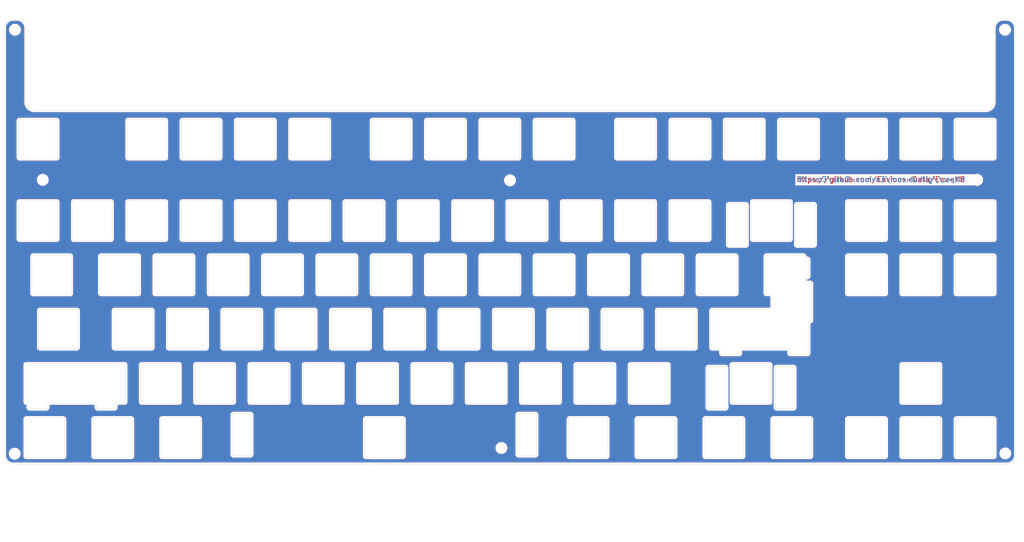
<source format=kicad_pcb>
(kicad_pcb (version 20171130) (host pcbnew "(5.1.10)-1")
  (title_block (title EnvKB) (date 2021-04-06) (rev Rev.1))
  (layers (0 F.Cu signal) (31 B.Cu signal) (34 B.Paste user) (35 F.Paste user) (36 B.SilkS user) (37 F.SilkS user) (38 B.Mask user) (39 F.Mask user) (44 Edge.Cuts user))
  (net 0 "")
  (module mounthole:MountingHole_3.2mm_M3_modified (layer F.Cu) (at 376.075 116.06)
    (fp_text reference H10)
    (fp_text value MountingHole)
    (pad 1 np_thru_hole circle (at 0 0) (size 3.2 3.2) (drill 3.2) (layers *.Cu *.Mask))
  )
  (module mounthole:MountingHole_3.2mm_M3_modified (layer F.Cu) (at 48.375 116.06)
    (fp_text reference H9)
    (fp_text value MountingHole)
    (pad 1 np_thru_hole circle (at 0 0) (size 3.2 3.2) (drill 3.2) (layers *.Cu *.Mask))
  )
  (module mounthole:MountingHole_3.2mm_M3_modified (layer F.Cu) (at 209.225 210.185)
    (fp_text reference H7)
    (fp_text value MountingHole)
    (pad 1 np_thru_hole circle (at 0 0) (size 3.2 3.2) (drill 3.2) (layers *.Cu *.Mask))
  )
  (module mounthole:MountingHole_3.2mm_M3_modified (layer F.Cu) (at 385.925 212.085)
    (fp_text reference H4)
    (fp_text value MountingHole)
    (pad 1 np_thru_hole circle (at 0 0) (size 3.2 3.2) (drill 3.2) (layers *.Cu *.Mask))
  )
  (module mounthole:MountingHole_3.2mm_M3_modified (layer F.Cu) (at 38.525 212.185)
    (fp_text reference H3)
    (fp_text value MountingHole)
    (pad 1 np_thru_hole circle (at 0 0) (size 3.2 3.2) (drill 3.2) (layers *.Cu *.Mask))
  )
  (module mounthole:MountingHole_3.2mm_M3_modified (layer F.Cu) (at 385.825 63.385)
    (fp_text reference H1)
    (fp_text value MountingHole)
    (pad 1 np_thru_hole circle (at 0 0) (size 3.2 3.2) (drill 3.2) (layers *.Cu *.Mask))
  )
  (module mounthole:MountingHole_3.2mm_M3_modified (layer F.Cu) (at 38.625 63.385)
    (fp_text reference H0)
    (fp_text value MountingHole)
    (pad 1 np_thru_hole circle (at 0 0) (size 3.2 3.2) (drill 3.2) (layers *.Cu *.Mask))
  )
  (module mounthole:MountingHole_3.2mm_M3_modified (layer F.Cu) (at 212.225 116.235)
    (fp_text reference H6)
    (fp_text value MountingHole)
    (pad 1 np_thru_hole circle (at 0 0) (size 3.2 3.2) (drill 3.2) (layers *.Cu *.Mask))
  )
  (gr_text "   https://github.com/Envious-Data/Env-KB" (at 376.168 115.909) (layer B.Cu) (effects (font (size 1.8 1.8) (thickness 0.3)) (justify left mirror)))
  (gr_arc (start 379.025 88.785) (end 379.025 91.785) (angle -90) (layer Edge.Cuts) (width 0.1))
  (gr_line (start 382.025 62.685) (end 382.025 88.785) (layer Edge.Cuts) (width 0.1))
  (gr_line (start 45.425 91.785) (end 379.025 91.785) (layer Edge.Cuts) (width 0.1))
  (gr_arc (start 45.425 88.785) (end 42.425 88.785) (angle -90) (layer Edge.Cuts) (width 0.1))
  (gr_line (start 42.425 62.685) (end 42.425 88.785) (layer Edge.Cuts) (width 0.1))
  (gr_arc (start 39.425 62.685) (end 42.425 62.685) (angle -90) (layer Edge.Cuts) (width 0.1))
  (gr_arc (start 385.025 62.685) (end 385.025 59.685) (angle -90) (layer Edge.Cuts) (width 0.1))
  (gr_line (start 386.525 59.685) (end 385.025 59.685) (layer Edge.Cuts) (width 0.1))
  (gr_line (start 37.925 59.685) (end 39.425 59.685) (layer Edge.Cuts) (width 0.1))
  (gr_line (start 389.525 62.685) (end 389.525 212.785) (layer Edge.Cuts) (width 0.1))
  (gr_arc (start 50.71075 195.01) (end 50.71075 194.51) (angle -90) (layer Edge.Cuts) (width 0.1))
  (gr_line (start 42.60875 180.51) (end 77.04 180.51) (layer Edge.Cuts) (width 0.1))
  (gr_line (start 309.9745 175.961) (end 309.9745 176.96) (layer Edge.Cuts) (width 0.1))
  (gr_arc (start 317.54625 166.43094) (end 317.54625 165.93094) (angle -90) (layer Edge.Cuts) (width 0.1))
  (gr_arc (start 293.59832 175.96102) (end 293.59832 175.46102) (angle -90) (layer Edge.Cuts) (width 0.1))
  (gr_line (start 293.09825 176.96) (end 293.09832 175.96102) (layer Edge.Cuts) (width 0.1))
  (gr_arc (start 285.59732 175.96102) (end 286.09732 175.96102) (angle -90) (layer Edge.Cuts) (width 0.1))
  (gr_line (start 286.09825 176.96) (end 286.09732 175.96102) (layer Edge.Cuts) (width 0.1))
  (gr_line (start 304.0475 160.95978) (end 304.0475 156.87) (layer Edge.Cuts) (width 0.1))
  (gr_arc (start 303.5475 160.95978) (end 303.5475 161.45978) (angle -90) (layer Edge.Cuts) (width 0.1))
  (gr_line (start 303.5475 156.37) (end 302.1475 156.37) (layer Edge.Cuts) (width 0.1))
  (gr_arc (start 302.1475 155.87) (end 301.6475 155.87) (angle -90) (layer Edge.Cuts) (width 0.1))
  (gr_arc (start 303.5475 156.87) (end 304.0475 156.87) (angle -90) (layer Edge.Cuts) (width 0.1))
  (gr_arc (start 316.15 151.435) (end 315.65 151.435) (angle -90) (layer Edge.Cuts) (width 0.1))
  (gr_line (start 316.54625 150.497) (end 316.15 150.497) (layer Edge.Cuts) (width 0.1))
  (gr_arc (start 316.15 150.997) (end 316.15 150.497) (angle -90) (layer Edge.Cuts) (width 0.1))
  (gr_arc (start 316.15 143) (end 315.65 143) (angle -90) (layer Edge.Cuts) (width 0.1))
  (gr_line (start 315.65 151.435) (end 315.65 150.997) (layer Edge.Cuts) (width 0.1))
  (gr_arc (start 315.15 142.88) (end 315.65 142.88) (angle -90) (layer Edge.Cuts) (width 0.1))
  (gr_line (start 301.6475 155.87) (end 301.65 142.88) (layer Edge.Cuts) (width 0.1))
  (gr_line (start 315.65 142.88) (end 315.65 143) (layer Edge.Cuts) (width 0.1))
  (gr_line (start 302.15 142.38) (end 315.15 142.38) (layer Edge.Cuts) (width 0.1))
  (gr_arc (start 74.58675 195.01) (end 74.58675 194.51) (angle -90) (layer Edge.Cuts) (width 0.1))
  (gr_line (start 77.04 194.51) (end 74.58675 194.51) (layer Edge.Cuts) (width 0.1))
  (gr_line (start 74.08675 196.01) (end 74.08675 195.01) (layer Edge.Cuts) (width 0.1))
  (gr_line (start 67.08675 195.01) (end 67.08675 196.01) (layer Edge.Cuts) (width 0.1))
  (gr_arc (start 66.58675 195.01) (end 67.08675 195.01) (angle -90) (layer Edge.Cuts) (width 0.1))
  (gr_line (start 66.58675 194.51) (end 50.71075 194.51) (layer Edge.Cuts) (width 0.1))
  (gr_line (start 50.21075 196.01) (end 50.21075 195.01) (layer Edge.Cuts) (width 0.1))
  (gr_line (start 43.21075 195.01) (end 43.21075 196.01) (layer Edge.Cuts) (width 0.1))
  (gr_line (start 42.60875 194.51) (end 42.71075 194.51) (layer Edge.Cuts) (width 0.1))
  (gr_arc (start 42.71075 195.01) (end 43.21075 195.01) (angle -90) (layer Edge.Cuts) (width 0.1))
  (gr_line (start 43.71075 196.51) (end 49.71075 196.51) (layer Edge.Cuts) (width 0.1))
  (gr_arc (start 292.59825 176.96) (end 292.59825 177.46) (angle -90) (layer Edge.Cuts) (width 0.1))
  (gr_arc (start 316.54625 176.95924) (end 316.54625 177.45924) (angle -90) (layer Edge.Cuts) (width 0.1))
  (gr_arc (start 67.58675 196.01) (end 67.08675 196.01) (angle -90) (layer Edge.Cuts) (width 0.1))
  (gr_arc (start 73.58675 196.01) (end 73.58675 196.51) (angle -90) (layer Edge.Cuts) (width 0.1))
  (gr_line (start 286.59825 177.46) (end 292.59825 177.46) (layer Edge.Cuts) (width 0.1))
  (gr_line (start 67.58675 196.51) (end 73.58675 196.51) (layer Edge.Cuts) (width 0.1))
  (gr_arc (start 310.47425 176.96) (end 309.97425 176.96) (angle -90) (layer Edge.Cuts) (width 0.1))
  (gr_arc (start 49.71075 196.01) (end 49.71075 196.51) (angle -90) (layer Edge.Cuts) (width 0.1))
  (gr_arc (start 43.71075 196.01) (end 43.21075 196.01) (angle -90) (layer Edge.Cuts) (width 0.1))
  (gr_arc (start 286.59825 176.96) (end 286.09825 176.96) (angle -90) (layer Edge.Cuts) (width 0.1))
  (gr_arc (start 309.4745 175.961) (end 309.9745 175.961) (angle -90) (layer Edge.Cuts) (width 0.1))
  (gr_line (start 310.4761 177.45962) (end 316.54625 177.45924) (layer Edge.Cuts) (width 0.1))
  (gr_line (start 293.59832 175.46102) (end 309.4745 175.461) (layer Edge.Cuts) (width 0.1))
  (gr_line (start 316.54625 143.497) (end 316.15 143.5) (layer Edge.Cuts) (width 0.1))
  (gr_arc (start 278.3525 142.91) (end 278.3525 142.41) (angle -90) (layer Edge.Cuts) (width 0.1))
  (gr_arc (start 291.3525 155.91) (end 291.3525 156.41) (angle -90) (layer Edge.Cuts) (width 0.1))
  (gr_line (start 349.29 142.91) (end 349.29 155.91) (layer Edge.Cuts) (width 0.1))
  (gr_arc (start 343.74 155.91) (end 343.74 156.41) (angle -90) (layer Edge.Cuts) (width 0.1))
  (gr_line (start 317.04625 166.43094) (end 317.04625 176.95924) (layer Edge.Cuts) (width 0.1))
  (gr_arc (start 362.79 155.91) (end 362.79 156.41) (angle -90) (layer Edge.Cuts) (width 0.1))
  (gr_arc (start 302.15 142.88) (end 302.15 142.38) (angle -90) (layer Edge.Cuts) (width 0.1))
  (gr_line (start 317.54625 151.935) (end 316.15 151.935) (layer Edge.Cuts) (width 0.1))
  (gr_arc (start 362.79 142.91) (end 363.29 142.91) (angle -90) (layer Edge.Cuts) (width 0.1))
  (gr_line (start 363.29 142.91) (end 363.29 155.91) (layer Edge.Cuts) (width 0.1))
  (gr_arc (start 316.54625 143.997) (end 317.04625 143.997) (angle -90) (layer Edge.Cuts) (width 0.1))
  (gr_line (start 317.04625 143.997) (end 317.04625 149.997) (layer Edge.Cuts) (width 0.1))
  (gr_arc (start 317.54625 165.43094) (end 317.54625 165.93094) (angle -90) (layer Edge.Cuts) (width 0.1))
  (gr_line (start 344.24 142.91) (end 344.24 155.91) (layer Edge.Cuts) (width 0.1))
  (gr_line (start 330.74 156.41) (end 343.74 156.41) (layer Edge.Cuts) (width 0.1))
  (gr_arc (start 316.54625 149.997) (end 316.54625 150.497) (angle -90) (layer Edge.Cuts) (width 0.1))
  (gr_line (start 318.04625 152.435) (end 318.04625 165.43094) (layer Edge.Cuts) (width 0.1))
  (gr_arc (start 291.3525 142.91) (end 291.8525 142.91) (angle -90) (layer Edge.Cuts) (width 0.1))
  (gr_arc (start 349.79 142.91) (end 349.79 142.41) (angle -90) (layer Edge.Cuts) (width 0.1))
  (gr_arc (start 278.3525 155.91) (end 277.8525 155.91) (angle -90) (layer Edge.Cuts) (width 0.1))
  (gr_arc (start 330.74 155.91) (end 330.24 155.91) (angle -90) (layer Edge.Cuts) (width 0.1))
  (gr_arc (start 317.54625 152.435) (end 318.04625 152.435) (angle -90) (layer Edge.Cuts) (width 0.1))
  (gr_line (start 349.79 156.41) (end 362.79 156.41) (layer Edge.Cuts) (width 0.1))
  (gr_line (start 330.24 142.91) (end 330.24 155.91) (layer Edge.Cuts) (width 0.1))
  (gr_line (start 368.84 142.41) (end 381.84 142.41) (layer Edge.Cuts) (width 0.1))
  (gr_arc (start 368.84 155.91) (end 368.34 155.91) (angle -90) (layer Edge.Cuts) (width 0.1))
  (gr_arc (start 381.84 142.91) (end 382.34 142.91) (angle -90) (layer Edge.Cuts) (width 0.1))
  (gr_arc (start 343.74 142.91) (end 344.24 142.91) (angle -90) (layer Edge.Cuts) (width 0.1))
  (gr_arc (start 368.84 142.91) (end 368.84 142.41) (angle -90) (layer Edge.Cuts) (width 0.1))
  (gr_arc (start 349.79 155.91) (end 349.29 155.91) (angle -90) (layer Edge.Cuts) (width 0.1))
  (gr_line (start 382.34 142.91) (end 382.34 155.91) (layer Edge.Cuts) (width 0.1))
  (gr_line (start 330.74 142.41) (end 343.74 142.41) (layer Edge.Cuts) (width 0.1))
  (gr_line (start 368.34 142.91) (end 368.34 155.91) (layer Edge.Cuts) (width 0.1))
  (gr_line (start 368.84 156.41) (end 381.84 156.41) (layer Edge.Cuts) (width 0.1))
  (gr_line (start 349.79 142.41) (end 362.79 142.41) (layer Edge.Cuts) (width 0.1))
  (gr_arc (start 330.74 142.91) (end 330.74 142.41) (angle -90) (layer Edge.Cuts) (width 0.1))
  (gr_arc (start 272.3025 142.91) (end 272.8025 142.91) (angle -90) (layer Edge.Cuts) (width 0.1))
  (gr_line (start 202.1525 156.41) (end 215.1525 156.41) (layer Edge.Cuts) (width 0.1))
  (gr_arc (start 183.1025 142.91) (end 183.1025 142.41) (angle -90) (layer Edge.Cuts) (width 0.1))
  (gr_line (start 258.8025 142.91) (end 258.8025 155.91) (layer Edge.Cuts) (width 0.1))
  (gr_arc (start 196.1025 142.91) (end 196.6025 142.91) (angle -90) (layer Edge.Cuts) (width 0.1))
  (gr_line (start 196.6025 142.91) (end 196.6025 155.91) (layer Edge.Cuts) (width 0.1))
  (gr_arc (start 164.0525 142.91) (end 164.0525 142.41) (angle -90) (layer Edge.Cuts) (width 0.1))
  (gr_line (start 164.0525 142.41) (end 177.0525 142.41) (layer Edge.Cuts) (width 0.1))
  (gr_line (start 201.6525 142.91) (end 201.6525 155.91) (layer Edge.Cuts) (width 0.1))
  (gr_arc (start 202.1525 155.91) (end 201.6525 155.91) (angle -90) (layer Edge.Cuts) (width 0.1))
  (gr_arc (start 177.0525 142.91) (end 177.5525 142.91) (angle -90) (layer Edge.Cuts) (width 0.1))
  (gr_line (start 240.2525 142.41) (end 253.2525 142.41) (layer Edge.Cuts) (width 0.1))
  (gr_arc (start 259.3025 155.91) (end 258.8025 155.91) (angle -90) (layer Edge.Cuts) (width 0.1))
  (gr_line (start 278.3525 142.41) (end 291.3525 142.41) (layer Edge.Cuts) (width 0.1))
  (gr_arc (start 202.1525 142.91) (end 202.1525 142.41) (angle -90) (layer Edge.Cuts) (width 0.1))
  (gr_arc (start 164.0525 155.91) (end 163.5525 155.91) (angle -90) (layer Edge.Cuts) (width 0.1))
  (gr_line (start 259.3025 142.41) (end 272.3025 142.41) (layer Edge.Cuts) (width 0.1))
  (gr_arc (start 234.2025 142.91) (end 234.7025 142.91) (angle -90) (layer Edge.Cuts) (width 0.1))
  (gr_arc (start 145.0025 142.91) (end 145.0025 142.41) (angle -90) (layer Edge.Cuts) (width 0.1))
  (gr_line (start 163.5525 142.91) (end 163.5525 155.91) (layer Edge.Cuts) (width 0.1))
  (gr_arc (start 125.9525 142.91) (end 125.9525 142.41) (angle -90) (layer Edge.Cuts) (width 0.1))
  (gr_arc (start 158.0025 155.91) (end 158.0025 156.41) (angle -90) (layer Edge.Cuts) (width 0.1))
  (gr_line (start 164.0525 156.41) (end 177.0525 156.41) (layer Edge.Cuts) (width 0.1))
  (gr_line (start 272.8025 142.91) (end 272.8025 155.91) (layer Edge.Cuts) (width 0.1))
  (gr_arc (start 215.1525 155.91) (end 215.1525 156.41) (angle -90) (layer Edge.Cuts) (width 0.1))
  (gr_line (start 145.0025 142.41) (end 158.0025 142.41) (layer Edge.Cuts) (width 0.1))
  (gr_line (start 215.6525 142.91) (end 215.6525 155.91) (layer Edge.Cuts) (width 0.1))
  (gr_arc (start 183.1025 155.91) (end 182.6025 155.91) (angle -90) (layer Edge.Cuts) (width 0.1))
  (gr_line (start 202.1525 142.41) (end 215.1525 142.41) (layer Edge.Cuts) (width 0.1))
  (gr_arc (start 125.9525 155.91) (end 125.4525 155.91) (angle -90) (layer Edge.Cuts) (width 0.1))
  (gr_line (start 277.8525 142.91) (end 277.8525 155.91) (layer Edge.Cuts) (width 0.1))
  (gr_line (start 145.0025 156.41) (end 158.0025 156.41) (layer Edge.Cuts) (width 0.1))
  (gr_line (start 234.7025 142.91) (end 234.7025 155.91) (layer Edge.Cuts) (width 0.1))
  (gr_arc (start 259.3025 142.91) (end 259.3025 142.41) (angle -90) (layer Edge.Cuts) (width 0.1))
  (gr_line (start 259.3025 156.41) (end 272.3025 156.41) (layer Edge.Cuts) (width 0.1))
  (gr_arc (start 253.2525 155.91) (end 253.2525 156.41) (angle -90) (layer Edge.Cuts) (width 0.1))
  (gr_arc (start 240.2525 155.91) (end 239.7525 155.91) (angle -90) (layer Edge.Cuts) (width 0.1))
  (gr_arc (start 138.9525 142.91) (end 139.4525 142.91) (angle -90) (layer Edge.Cuts) (width 0.1))
  (gr_arc (start 253.2525 142.91) (end 253.7525 142.91) (angle -90) (layer Edge.Cuts) (width 0.1))
  (gr_arc (start 145.0025 155.91) (end 144.5025 155.91) (angle -90) (layer Edge.Cuts) (width 0.1))
  (gr_line (start 221.2025 156.41) (end 234.2025 156.41) (layer Edge.Cuts) (width 0.1))
  (gr_arc (start 215.1525 142.91) (end 215.6525 142.91) (angle -90) (layer Edge.Cuts) (width 0.1))
  (gr_arc (start 240.2525 142.91) (end 240.2525 142.41) (angle -90) (layer Edge.Cuts) (width 0.1))
  (gr_line (start 253.7525 142.91) (end 253.7525 155.91) (layer Edge.Cuts) (width 0.1))
  (gr_arc (start 196.1025 155.91) (end 196.1025 156.41) (angle -90) (layer Edge.Cuts) (width 0.1))
  (gr_line (start 239.7525 142.91) (end 239.7525 155.91) (layer Edge.Cuts) (width 0.1))
  (gr_line (start 240.2525 156.41) (end 253.2525 156.41) (layer Edge.Cuts) (width 0.1))
  (gr_arc (start 234.2025 155.91) (end 234.2025 156.41) (angle -90) (layer Edge.Cuts) (width 0.1))
  (gr_line (start 182.6025 142.91) (end 182.6025 155.91) (layer Edge.Cuts) (width 0.1))
  (gr_arc (start 177.0525 155.91) (end 177.0525 156.41) (angle -90) (layer Edge.Cuts) (width 0.1))
  (gr_line (start 177.5525 142.91) (end 177.5525 155.91) (layer Edge.Cuts) (width 0.1))
  (gr_arc (start 221.2025 155.91) (end 220.7025 155.91) (angle -90) (layer Edge.Cuts) (width 0.1))
  (gr_line (start 220.7025 142.91) (end 220.7025 155.91) (layer Edge.Cuts) (width 0.1))
  (gr_line (start 221.2025 142.41) (end 234.2025 142.41) (layer Edge.Cuts) (width 0.1))
  (gr_arc (start 158.0025 142.91) (end 158.5025 142.91) (angle -90) (layer Edge.Cuts) (width 0.1))
  (gr_line (start 158.5025 142.91) (end 158.5025 155.91) (layer Edge.Cuts) (width 0.1))
  (gr_arc (start 138.9525 155.91) (end 138.9525 156.41) (angle -90) (layer Edge.Cuts) (width 0.1))
  (gr_line (start 183.1025 142.41) (end 196.1025 142.41) (layer Edge.Cuts) (width 0.1))
  (gr_line (start 291.8525 142.91) (end 291.8525 155.91) (layer Edge.Cuts) (width 0.1))
  (gr_line (start 144.5025 142.91) (end 144.5025 155.91) (layer Edge.Cuts) (width 0.1))
  (gr_line (start 278.3525 156.41) (end 291.3525 156.41) (layer Edge.Cuts) (width 0.1))
  (gr_line (start 183.1025 156.41) (end 196.1025 156.41) (layer Edge.Cuts) (width 0.1))
  (gr_arc (start 221.2025 142.91) (end 221.2025 142.41) (angle -90) (layer Edge.Cuts) (width 0.1))
  (gr_arc (start 272.3025 155.91) (end 272.3025 156.41) (angle -90) (layer Edge.Cuts) (width 0.1))
  (gr_arc (start 119.9025 155.91) (end 119.9025 156.41) (angle -90) (layer Edge.Cuts) (width 0.1))
  (gr_arc (start 349.79 136.86) (end 349.29 136.86) (angle -90) (layer Edge.Cuts) (width 0.1))
  (gr_arc (start 106.9025 155.91) (end 106.4025 155.91) (angle -90) (layer Edge.Cuts) (width 0.1))
  (gr_arc (start 119.9025 142.91) (end 120.4025 142.91) (angle -90) (layer Edge.Cuts) (width 0.1))
  (gr_arc (start 106.9025 142.91) (end 106.9025 142.41) (angle -90) (layer Edge.Cuts) (width 0.1))
  (gr_line (start 68.8025 156.41) (end 81.8025 156.41) (layer Edge.Cuts) (width 0.1))
  (gr_line (start 349.79 137.36) (end 362.79 137.36) (layer Edge.Cuts) (width 0.1))
  (gr_arc (start 57.99 142.91) (end 58.49 142.91) (angle -90) (layer Edge.Cuts) (width 0.1))
  (gr_line (start 120.4025 142.91) (end 120.4025 155.91) (layer Edge.Cuts) (width 0.1))
  (gr_arc (start 81.8025 142.91) (end 82.3025 142.91) (angle -90) (layer Edge.Cuts) (width 0.1))
  (gr_line (start 68.3025 142.91) (end 68.3025 155.91) (layer Edge.Cuts) (width 0.1))
  (gr_line (start 106.4025 142.91) (end 106.4025 155.91) (layer Edge.Cuts) (width 0.1))
  (gr_arc (start 362.79 136.86) (end 362.79 137.36) (angle -90) (layer Edge.Cuts) (width 0.1))
  (gr_line (start 106.9025 156.41) (end 119.9025 156.41) (layer Edge.Cuts) (width 0.1))
  (gr_arc (start 87.8525 155.91) (end 87.3525 155.91) (angle -90) (layer Edge.Cuts) (width 0.1))
  (gr_line (start 101.3525 142.91) (end 101.3525 155.91) (layer Edge.Cuts) (width 0.1))
  (gr_arc (start 57.99 155.91) (end 57.99 156.41) (angle -90) (layer Edge.Cuts) (width 0.1))
  (gr_line (start 44.99 156.41) (end 57.99 156.41) (layer Edge.Cuts) (width 0.1))
  (gr_line (start 349.79 123.36) (end 362.79 123.36) (layer Edge.Cuts) (width 0.1))
  (gr_arc (start 44.99 155.91) (end 44.49 155.91) (angle -90) (layer Edge.Cuts) (width 0.1))
  (gr_line (start 368.84 137.36) (end 381.84 137.36) (layer Edge.Cuts) (width 0.1))
  (gr_arc (start 44.99 142.91) (end 44.99 142.41) (angle -90) (layer Edge.Cuts) (width 0.1))
  (gr_line (start 344.24 123.86) (end 344.24 136.86) (layer Edge.Cuts) (width 0.1))
  (gr_line (start 330.74 123.36) (end 343.74 123.36) (layer Edge.Cuts) (width 0.1))
  (gr_line (start 106.9025 142.41) (end 119.9025 142.41) (layer Edge.Cuts) (width 0.1))
  (gr_arc (start 381.84 123.86) (end 382.34 123.86) (angle -90) (layer Edge.Cuts) (width 0.1))
  (gr_arc (start 100.8525 155.91) (end 100.8525 156.41) (angle -90) (layer Edge.Cuts) (width 0.1))
  (gr_arc (start 343.74 136.86) (end 343.74 137.36) (angle -90) (layer Edge.Cuts) (width 0.1))
  (gr_arc (start 68.8025 155.91) (end 68.3025 155.91) (angle -90) (layer Edge.Cuts) (width 0.1))
  (gr_line (start 382.34 123.86) (end 382.34 136.86) (layer Edge.Cuts) (width 0.1))
  (gr_arc (start 100.8525 142.91) (end 101.3525 142.91) (angle -90) (layer Edge.Cuts) (width 0.1))
  (gr_arc (start 368.84 136.86) (end 368.34 136.86) (angle -90) (layer Edge.Cuts) (width 0.1))
  (gr_line (start 368.84 123.36) (end 381.84 123.36) (layer Edge.Cuts) (width 0.1))
  (gr_line (start 87.8525 156.41) (end 100.8525 156.41) (layer Edge.Cuts) (width 0.1))
  (gr_line (start 82.3025 142.91) (end 82.3025 155.91) (layer Edge.Cuts) (width 0.1))
  (gr_arc (start 81.8025 155.91) (end 81.8025 156.41) (angle -90) (layer Edge.Cuts) (width 0.1))
  (gr_line (start 368.34 123.86) (end 368.34 136.86) (layer Edge.Cuts) (width 0.1))
  (gr_arc (start 288.9645 124.86) (end 288.9645 124.36) (angle -90) (layer Edge.Cuts) (width 0.1))
  (gr_line (start 87.8525 142.41) (end 100.8525 142.41) (layer Edge.Cuts) (width 0.1))
  (gr_line (start 58.49 142.91) (end 58.49 155.91) (layer Edge.Cuts) (width 0.1))
  (gr_arc (start 362.79 123.86) (end 363.29 123.86) (angle -90) (layer Edge.Cuts) (width 0.1))
  (gr_arc (start 330.74 123.86) (end 330.74 123.36) (angle -90) (layer Edge.Cuts) (width 0.1))
  (gr_arc (start 288.9645 138.86) (end 288.4645 138.86) (angle -90) (layer Edge.Cuts) (width 0.1))
  (gr_arc (start 294.9645 124.86) (end 295.4645 124.86) (angle -90) (layer Edge.Cuts) (width 0.1))
  (gr_arc (start 330.74 136.86) (end 330.24 136.86) (angle -90) (layer Edge.Cuts) (width 0.1))
  (gr_line (start 330.24 123.86) (end 330.24 136.86) (layer Edge.Cuts) (width 0.1))
  (gr_arc (start 349.79 123.86) (end 349.79 123.36) (angle -90) (layer Edge.Cuts) (width 0.1))
  (gr_arc (start 87.8525 142.91) (end 87.8525 142.41) (angle -90) (layer Edge.Cuts) (width 0.1))
  (gr_arc (start 68.8025 142.91) (end 68.8025 142.41) (angle -90) (layer Edge.Cuts) (width 0.1))
  (gr_line (start 68.8025 142.41) (end 81.8025 142.41) (layer Edge.Cuts) (width 0.1))
  (gr_line (start 330.74 137.36) (end 343.74 137.36) (layer Edge.Cuts) (width 0.1))
  (gr_line (start 363.29 123.86) (end 363.29 136.86) (layer Edge.Cuts) (width 0.1))
  (gr_line (start 87.3525 142.91) (end 87.3525 155.91) (layer Edge.Cuts) (width 0.1))
  (gr_line (start 44.49 142.91) (end 44.49 155.91) (layer Edge.Cuts) (width 0.1))
  (gr_line (start 44.99 142.41) (end 57.99 142.41) (layer Edge.Cuts) (width 0.1))
  (gr_arc (start 368.84 123.86) (end 368.84 123.36) (angle -90) (layer Edge.Cuts) (width 0.1))
  (gr_arc (start 343.74 123.86) (end 344.24 123.86) (angle -90) (layer Edge.Cuts) (width 0.1))
  (gr_arc (start 381.84 136.86) (end 381.84 137.36) (angle -90) (layer Edge.Cuts) (width 0.1))
  (gr_arc (start 294.9645 138.86) (end 294.9645 139.36) (angle -90) (layer Edge.Cuts) (width 0.1))
  (gr_line (start 349.29 123.86) (end 349.29 136.86) (layer Edge.Cuts) (width 0.1))
  (gr_line (start 139.4525 142.91) (end 139.4525 155.91) (layer Edge.Cuts) (width 0.1))
  (gr_line (start 125.4525 142.91) (end 125.4525 155.91) (layer Edge.Cuts) (width 0.1))
  (gr_line (start 125.9525 156.41) (end 138.9525 156.41) (layer Edge.Cuts) (width 0.1))
  (gr_line (start 125.9525 142.41) (end 138.9525 142.41) (layer Edge.Cuts) (width 0.1))
  (gr_arc (start 211.6775 123.86) (end 211.6775 123.36) (angle -90) (layer Edge.Cuts) (width 0.1))
  (gr_arc (start 230.7275 123.86) (end 230.7275 123.36) (angle -90) (layer Edge.Cuts) (width 0.1))
  (gr_line (start 211.1775 123.86) (end 211.1775 136.86) (layer Edge.Cuts) (width 0.1))
  (gr_line (start 230.7275 137.36) (end 243.7275 137.36) (layer Edge.Cuts) (width 0.1))
  (gr_line (start 297.4025 123.36) (end 310.4025 123.36) (layer Edge.Cuts) (width 0.1))
  (gr_arc (start 205.6275 136.86) (end 205.6275 137.36) (angle -90) (layer Edge.Cuts) (width 0.1))
  (gr_arc (start 262.7775 136.86) (end 262.7775 137.36) (angle -90) (layer Edge.Cuts) (width 0.1))
  (gr_line (start 263.2775 123.86) (end 263.2775 136.86) (layer Edge.Cuts) (width 0.1))
  (gr_line (start 268.8275 123.36) (end 281.8275 123.36) (layer Edge.Cuts) (width 0.1))
  (gr_arc (start 262.7775 123.86) (end 263.2775 123.86) (angle -90) (layer Edge.Cuts) (width 0.1))
  (gr_arc (start 211.6775 136.86) (end 211.1775 136.86) (angle -90) (layer Edge.Cuts) (width 0.1))
  (gr_arc (start 186.5775 123.86) (end 187.0775 123.86) (angle -90) (layer Edge.Cuts) (width 0.1))
  (gr_line (start 225.1775 123.86) (end 225.1775 136.86) (layer Edge.Cuts) (width 0.1))
  (gr_line (start 288.9645 124.36) (end 294.9645 124.36) (layer Edge.Cuts) (width 0.1))
  (gr_arc (start 312.8405 124.86) (end 312.8405 124.36) (angle -90) (layer Edge.Cuts) (width 0.1))
  (gr_line (start 312.8405 124.36) (end 318.8405 124.36) (layer Edge.Cuts) (width 0.1))
  (gr_line (start 310.9025 123.86) (end 310.9025 136.86) (layer Edge.Cuts) (width 0.1))
  (gr_arc (start 243.7275 136.86) (end 243.7275 137.36) (angle -90) (layer Edge.Cuts) (width 0.1))
  (gr_arc (start 205.6275 123.86) (end 206.1275 123.86) (angle -90) (layer Edge.Cuts) (width 0.1))
  (gr_arc (start 297.4025 136.86) (end 296.9025 136.86) (angle -90) (layer Edge.Cuts) (width 0.1))
  (gr_line (start 297.4025 137.36) (end 310.4025 137.36) (layer Edge.Cuts) (width 0.1))
  (gr_line (start 282.3275 123.86) (end 282.3275 136.86) (layer Edge.Cuts) (width 0.1))
  (gr_line (start 268.8275 137.36) (end 281.8275 137.36) (layer Edge.Cuts) (width 0.1))
  (gr_arc (start 249.7775 136.86) (end 249.2775 136.86) (angle -90) (layer Edge.Cuts) (width 0.1))
  (gr_arc (start 224.6775 123.86) (end 225.1775 123.86) (angle -90) (layer Edge.Cuts) (width 0.1))
  (gr_line (start 211.6775 123.36) (end 224.6775 123.36) (layer Edge.Cuts) (width 0.1))
  (gr_line (start 249.2775 123.86) (end 249.2775 136.86) (layer Edge.Cuts) (width 0.1))
  (gr_line (start 249.7775 123.36) (end 262.7775 123.36) (layer Edge.Cuts) (width 0.1))
  (gr_arc (start 281.8275 123.86) (end 282.3275 123.86) (angle -90) (layer Edge.Cuts) (width 0.1))
  (gr_arc (start 230.7275 136.86) (end 230.2275 136.86) (angle -90) (layer Edge.Cuts) (width 0.1))
  (gr_arc (start 268.8275 123.86) (end 268.8275 123.36) (angle -90) (layer Edge.Cuts) (width 0.1))
  (gr_line (start 296.9025 123.86) (end 296.9025 136.86) (layer Edge.Cuts) (width 0.1))
  (gr_arc (start 268.8275 136.86) (end 268.3275 136.86) (angle -90) (layer Edge.Cuts) (width 0.1))
  (gr_arc (start 224.6775 136.86) (end 224.6775 137.36) (angle -90) (layer Edge.Cuts) (width 0.1))
  (gr_arc (start 192.6275 136.86) (end 192.1275 136.86) (angle -90) (layer Edge.Cuts) (width 0.1))
  (gr_line (start 268.3275 123.86) (end 268.3275 136.86) (layer Edge.Cuts) (width 0.1))
  (gr_arc (start 243.7275 123.86) (end 244.2275 123.86) (angle -90) (layer Edge.Cuts) (width 0.1))
  (gr_line (start 230.2275 123.86) (end 230.2275 136.86) (layer Edge.Cuts) (width 0.1))
  (gr_line (start 192.1275 123.86) (end 192.1275 136.86) (layer Edge.Cuts) (width 0.1))
  (gr_line (start 319.3405 124.86) (end 319.3405 138.86) (layer Edge.Cuts) (width 0.1))
  (gr_arc (start 310.4025 136.86) (end 310.4025 137.36) (angle -90) (layer Edge.Cuts) (width 0.1))
  (gr_line (start 244.2275 123.86) (end 244.2275 136.86) (layer Edge.Cuts) (width 0.1))
  (gr_line (start 249.7775 137.36) (end 262.7775 137.36) (layer Edge.Cuts) (width 0.1))
  (gr_line (start 211.6775 137.36) (end 224.6775 137.36) (layer Edge.Cuts) (width 0.1))
  (gr_arc (start 192.6275 123.86) (end 192.6275 123.36) (angle -90) (layer Edge.Cuts) (width 0.1))
  (gr_line (start 206.1275 123.86) (end 206.1275 136.86) (layer Edge.Cuts) (width 0.1))
  (gr_arc (start 173.5775 136.86) (end 173.0775 136.86) (angle -90) (layer Edge.Cuts) (width 0.1))
  (gr_arc (start 173.5775 123.86) (end 173.5775 123.36) (angle -90) (layer Edge.Cuts) (width 0.1))
  (gr_arc (start 312.8405 138.86) (end 312.3405 138.86) (angle -90) (layer Edge.Cuts) (width 0.1))
  (gr_arc (start 249.7775 123.86) (end 249.7775 123.36) (angle -90) (layer Edge.Cuts) (width 0.1))
  (gr_line (start 230.7275 123.36) (end 243.7275 123.36) (layer Edge.Cuts) (width 0.1))
  (gr_line (start 312.3405 124.86) (end 312.3405 138.86) (layer Edge.Cuts) (width 0.1))
  (gr_line (start 192.6275 137.36) (end 205.6275 137.36) (layer Edge.Cuts) (width 0.1))
  (gr_arc (start 186.5775 136.86) (end 186.5775 137.36) (angle -90) (layer Edge.Cuts) (width 0.1))
  (gr_line (start 295.4645 124.86) (end 295.4645 138.86) (layer Edge.Cuts) (width 0.1))
  (gr_line (start 288.4645 124.86) (end 288.4645 138.86) (layer Edge.Cuts) (width 0.1))
  (gr_line (start 192.6275 123.36) (end 205.6275 123.36) (layer Edge.Cuts) (width 0.1))
  (gr_arc (start 310.4025 123.86) (end 310.9025 123.86) (angle -90) (layer Edge.Cuts) (width 0.1))
  (gr_line (start 288.9645 139.36) (end 294.9645 139.36) (layer Edge.Cuts) (width 0.1))
  (gr_arc (start 318.8405 138.86) (end 318.8405 139.36) (angle -90) (layer Edge.Cuts) (width 0.1))
  (gr_arc (start 318.8405 124.86) (end 319.3405 124.86) (angle -90) (layer Edge.Cuts) (width 0.1))
  (gr_line (start 312.8405 139.36) (end 318.8405 139.36) (layer Edge.Cuts) (width 0.1))
  (gr_arc (start 297.4025 123.86) (end 297.4025 123.36) (angle -90) (layer Edge.Cuts) (width 0.1))
  (gr_arc (start 281.8275 136.86) (end 281.8275 137.36) (angle -90) (layer Edge.Cuts) (width 0.1))
  (gr_arc (start 91.3275 136.86) (end 91.3275 137.36) (angle -90) (layer Edge.Cuts) (width 0.1))
  (gr_arc (start 381.84 108.284999) (end 381.84 108.784999) (angle -90) (layer Edge.Cuts) (width 0.1))
  (gr_line (start 59.2775 137.36) (end 72.2775 137.36) (layer Edge.Cuts) (width 0.1))
  (gr_arc (start 53.227499 123.86) (end 53.727499 123.86) (angle -90) (layer Edge.Cuts) (width 0.1))
  (gr_arc (start 40.2275 123.86) (end 40.2275 123.36) (angle -90) (layer Edge.Cuts) (width 0.1))
  (gr_line (start 173.0775 123.86) (end 173.0775 136.86) (layer Edge.Cuts) (width 0.1))
  (gr_line (start 134.9775 123.86) (end 134.9775 136.86) (layer Edge.Cuts) (width 0.1))
  (gr_line (start 135.4775 123.36) (end 148.4775 123.36) (layer Edge.Cuts) (width 0.1))
  (gr_arc (start 148.4775 136.86) (end 148.4775 137.36) (angle -90) (layer Edge.Cuts) (width 0.1))
  (gr_arc (start 72.2775 123.86) (end 72.7775 123.86) (angle -90) (layer Edge.Cuts) (width 0.1))
  (gr_line (start 168.027499 123.86) (end 168.027499 136.86) (layer Edge.Cuts) (width 0.1))
  (gr_arc (start 381.84 95.285) (end 382.34 95.285) (angle -90) (layer Edge.Cuts) (width 0.1))
  (gr_line (start 173.5775 123.36) (end 186.5775 123.36) (layer Edge.Cuts) (width 0.1))
  (gr_line (start 154.5275 137.36) (end 167.527499 137.36) (layer Edge.Cuts) (width 0.1))
  (gr_arc (start 59.2775 123.86) (end 59.2775 123.36) (angle -90) (layer Edge.Cuts) (width 0.1))
  (gr_line (start 129.9275 123.86) (end 129.9275 136.86) (layer Edge.Cuts) (width 0.1))
  (gr_arc (start 154.5275 123.86) (end 154.5275 123.36) (angle -90) (layer Edge.Cuts) (width 0.1))
  (gr_line (start 154.5275 123.36) (end 167.527499 123.36) (layer Edge.Cuts) (width 0.1))
  (gr_line (start 116.4275 123.36) (end 129.4275 123.36) (layer Edge.Cuts) (width 0.1))
  (gr_line (start 78.3275 137.36) (end 91.3275 137.36) (layer Edge.Cuts) (width 0.1))
  (gr_line (start 97.3775 137.36) (end 110.3775 137.36) (layer Edge.Cuts) (width 0.1))
  (gr_arc (start 148.4775 123.86) (end 148.9775 123.86) (angle -90) (layer Edge.Cuts) (width 0.1))
  (gr_line (start 148.9775 123.86) (end 148.9775 136.86) (layer Edge.Cuts) (width 0.1))
  (gr_line (start 91.8275 123.86) (end 91.8275 136.86) (layer Edge.Cuts) (width 0.1))
  (gr_arc (start 78.3275 123.86) (end 78.3275 123.36) (angle -90) (layer Edge.Cuts) (width 0.1))
  (gr_line (start 115.9275 123.86) (end 115.9275 136.86) (layer Edge.Cuts) (width 0.1))
  (gr_line (start 116.4275 137.36) (end 129.4275 137.36) (layer Edge.Cuts) (width 0.1))
  (gr_arc (start 110.3775 123.86) (end 110.8775 123.86) (angle -90) (layer Edge.Cuts) (width 0.1))
  (gr_arc (start 110.3775 136.86) (end 110.3775 137.36) (angle -90) (layer Edge.Cuts) (width 0.1))
  (gr_arc (start 97.3775 123.86) (end 97.3775 123.36) (angle -90) (layer Edge.Cuts) (width 0.1))
  (gr_arc (start 59.2775 136.86) (end 58.7775 136.86) (angle -90) (layer Edge.Cuts) (width 0.1))
  (gr_line (start 58.7775 123.86) (end 58.7775 136.86) (layer Edge.Cuts) (width 0.1))
  (gr_arc (start 368.84 108.284999) (end 368.34 108.284999) (angle -90) (layer Edge.Cuts) (width 0.1))
  (gr_line (start 97.3775 123.36) (end 110.3775 123.36) (layer Edge.Cuts) (width 0.1))
  (gr_line (start 40.2275 137.36) (end 53.227499 137.36) (layer Edge.Cuts) (width 0.1))
  (gr_arc (start 72.2775 136.86) (end 72.2775 137.36) (angle -90) (layer Edge.Cuts) (width 0.1))
  (gr_arc (start 154.5275 136.86) (end 154.0275 136.86) (angle -90) (layer Edge.Cuts) (width 0.1))
  (gr_line (start 154.0275 123.86) (end 154.0275 136.86) (layer Edge.Cuts) (width 0.1))
  (gr_arc (start 135.4775 123.86) (end 135.4775 123.36) (angle -90) (layer Edge.Cuts) (width 0.1))
  (gr_line (start 110.8775 123.86) (end 110.8775 136.86) (layer Edge.Cuts) (width 0.1))
  (gr_arc (start 368.84 95.285) (end 368.84 94.785) (angle -90) (layer Edge.Cuts) (width 0.1))
  (gr_line (start 40.2275 123.36) (end 53.227499 123.36) (layer Edge.Cuts) (width 0.1))
  (gr_arc (start 53.227499 136.86) (end 53.227499 137.36) (angle -90) (layer Edge.Cuts) (width 0.1))
  (gr_line (start 96.8775 123.86) (end 96.8775 136.86) (layer Edge.Cuts) (width 0.1))
  (gr_arc (start 91.3275 123.86) (end 91.8275 123.86) (angle -90) (layer Edge.Cuts) (width 0.1))
  (gr_arc (start 129.4275 136.86) (end 129.4275 137.36) (angle -90) (layer Edge.Cuts) (width 0.1))
  (gr_arc (start 78.3275 136.86) (end 77.8275 136.86) (angle -90) (layer Edge.Cuts) (width 0.1))
  (gr_line (start 59.2775 123.36) (end 72.2775 123.36) (layer Edge.Cuts) (width 0.1))
  (gr_arc (start 40.2275 136.86) (end 39.7275 136.86) (angle -90) (layer Edge.Cuts) (width 0.1))
  (gr_line (start 78.3275 123.36) (end 91.3275 123.36) (layer Edge.Cuts) (width 0.1))
  (gr_arc (start 116.4275 123.86) (end 116.4275 123.36) (angle -90) (layer Edge.Cuts) (width 0.1))
  (gr_line (start 187.0775 123.86) (end 187.0775 136.86) (layer Edge.Cuts) (width 0.1))
  (gr_line (start 77.8275 123.86) (end 77.8275 136.86) (layer Edge.Cuts) (width 0.1))
  (gr_arc (start 167.527499 123.86) (end 168.027499 123.86) (angle -90) (layer Edge.Cuts) (width 0.1))
  (gr_arc (start 97.3775 136.86) (end 96.8775 136.86) (angle -90) (layer Edge.Cuts) (width 0.1))
  (gr_line (start 173.5775 137.36) (end 186.5775 137.36) (layer Edge.Cuts) (width 0.1))
  (gr_arc (start 167.527499 136.86) (end 167.527499 137.36) (angle -90) (layer Edge.Cuts) (width 0.1))
  (gr_arc (start 129.4275 123.86) (end 129.9275 123.86) (angle -90) (layer Edge.Cuts) (width 0.1))
  (gr_arc (start 135.4775 136.86) (end 134.9775 136.86) (angle -90) (layer Edge.Cuts) (width 0.1))
  (gr_arc (start 116.4275 136.86) (end 115.9275 136.86) (angle -90) (layer Edge.Cuts) (width 0.1))
  (gr_line (start 72.7775 123.86) (end 72.7775 136.86) (layer Edge.Cuts) (width 0.1))
  (gr_line (start 39.7275 123.86) (end 39.7275 136.86) (layer Edge.Cuts) (width 0.1))
  (gr_line (start 53.727499 123.86) (end 53.727499 136.86) (layer Edge.Cuts) (width 0.1))
  (gr_line (start 135.4775 137.36) (end 148.4775 137.36) (layer Edge.Cuts) (width 0.1))
  (gr_line (start 349.79 94.785) (end 362.79 94.785) (layer Edge.Cuts) (width 0.1))
  (gr_arc (start 330.74 95.285) (end 330.74 94.785) (angle -90) (layer Edge.Cuts) (width 0.1))
  (gr_line (start 349.79 108.784999) (end 362.79 108.784999) (layer Edge.Cuts) (width 0.1))
  (gr_arc (start 319.9275 108.284999) (end 319.9275 108.784999) (angle -90) (layer Edge.Cuts) (width 0.1))
  (gr_line (start 382.34 95.285) (end 382.34 108.284999) (layer Edge.Cuts) (width 0.1))
  (gr_line (start 368.84 94.785) (end 381.84 94.785) (layer Edge.Cuts) (width 0.1))
  (gr_arc (start 349.79 108.284999) (end 349.29 108.284999) (angle -90) (layer Edge.Cuts) (width 0.1))
  (gr_line (start 363.29 95.285) (end 363.29 108.284999) (layer Edge.Cuts) (width 0.1))
  (gr_arc (start 343.74 108.284999) (end 343.74 108.784999) (angle -90) (layer Edge.Cuts) (width 0.1))
  (gr_line (start 268.8275 108.784999) (end 281.8275 108.784999) (layer Edge.Cuts) (width 0.1))
  (gr_line (start 249.2775 95.285) (end 249.2775 108.284999) (layer Edge.Cuts) (width 0.1))
  (gr_line (start 330.74 108.784999) (end 343.74 108.784999) (layer Edge.Cuts) (width 0.1))
  (gr_line (start 268.3275 95.285) (end 268.3275 108.284999) (layer Edge.Cuts) (width 0.1))
  (gr_line (start 320.4275 95.285) (end 320.4275 108.284999) (layer Edge.Cuts) (width 0.1))
  (gr_arc (start 249.7775 108.284999) (end 249.2775 108.284999) (angle -90) (layer Edge.Cuts) (width 0.1))
  (gr_line (start 301.3775 95.285) (end 301.3775 108.284999) (layer Edge.Cuts) (width 0.1))
  (gr_arc (start 343.74 95.285) (end 344.24 95.285) (angle -90) (layer Edge.Cuts) (width 0.1))
  (gr_arc (start 249.7775 95.285) (end 249.7775 94.785) (angle -90) (layer Edge.Cuts) (width 0.1))
  (gr_line (start 330.24 95.285) (end 330.24 108.284999) (layer Edge.Cuts) (width 0.1))
  (gr_arc (start 306.9275 108.284999) (end 306.4275 108.284999) (angle -90) (layer Edge.Cuts) (width 0.1))
  (gr_arc (start 330.74 108.284999) (end 330.24 108.284999) (angle -90) (layer Edge.Cuts) (width 0.1))
  (gr_arc (start 215.1525 108.284999) (end 215.1525 108.784999) (angle -90) (layer Edge.Cuts) (width 0.1))
  (gr_arc (start 349.79 95.285) (end 349.79 94.785) (angle -90) (layer Edge.Cuts) (width 0.1))
  (gr_line (start 306.9275 94.785) (end 319.9275 94.785) (layer Edge.Cuts) (width 0.1))
  (gr_line (start 349.29 95.285) (end 349.29 108.284999) (layer Edge.Cuts) (width 0.1))
  (gr_arc (start 306.9275 95.285) (end 306.9275 94.785) (angle -90) (layer Edge.Cuts) (width 0.1))
  (gr_arc (start 281.8275 95.285) (end 282.3275 95.285) (angle -90) (layer Edge.Cuts) (width 0.1))
  (gr_arc (start 287.8775 95.285) (end 287.8775 94.785) (angle -90) (layer Edge.Cuts) (width 0.1))
  (gr_arc (start 262.7775 108.284999) (end 262.7775 108.784999) (angle -90) (layer Edge.Cuts) (width 0.1))
  (gr_line (start 221.2025 108.784999) (end 234.2025 108.784999) (layer Edge.Cuts) (width 0.1))
  (gr_line (start 368.34 95.285) (end 368.34 108.284999) (layer Edge.Cuts) (width 0.1))
  (gr_line (start 306.4275 95.285) (end 306.4275 108.284999) (layer Edge.Cuts) (width 0.1))
  (gr_line (start 368.84 108.784999) (end 381.84 108.784999) (layer Edge.Cuts) (width 0.1))
  (gr_line (start 330.74 94.785) (end 343.74 94.785) (layer Edge.Cuts) (width 0.1))
  (gr_line (start 234.7025 95.285) (end 234.7025 108.284999) (layer Edge.Cuts) (width 0.1))
  (gr_line (start 344.24 95.285) (end 344.24 108.284999) (layer Edge.Cuts) (width 0.1))
  (gr_arc (start 300.8775 108.284999) (end 300.8775 108.784999) (angle -90) (layer Edge.Cuts) (width 0.1))
  (gr_arc (start 268.8275 95.285) (end 268.8275 94.785) (angle -90) (layer Edge.Cuts) (width 0.1))
  (gr_line (start 287.8775 108.784999) (end 300.8775 108.784999) (layer Edge.Cuts) (width 0.1))
  (gr_arc (start 281.8275 108.284999) (end 281.8275 108.784999) (angle -90) (layer Edge.Cuts) (width 0.1))
  (gr_arc (start 221.2025 108.284999) (end 220.7025 108.284999) (angle -90) (layer Edge.Cuts) (width 0.1))
  (gr_arc (start 202.1525 108.284999) (end 201.6525 108.284999) (angle -90) (layer Edge.Cuts) (width 0.1))
  (gr_line (start 221.2025 94.785) (end 234.2025 94.785) (layer Edge.Cuts) (width 0.1))
  (gr_arc (start 234.2025 95.285) (end 234.7025 95.285) (angle -90) (layer Edge.Cuts) (width 0.1))
  (gr_arc (start 319.9275 95.285) (end 320.4275 95.285) (angle -90) (layer Edge.Cuts) (width 0.1))
  (gr_arc (start 300.8775 95.285) (end 301.3775 95.285) (angle -90) (layer Edge.Cuts) (width 0.1))
  (gr_line (start 249.7775 94.785) (end 262.7775 94.785) (layer Edge.Cuts) (width 0.1))
  (gr_line (start 287.3775 95.285) (end 287.3775 108.284999) (layer Edge.Cuts) (width 0.1))
  (gr_line (start 263.2775 95.285) (end 263.2775 108.284999) (layer Edge.Cuts) (width 0.1))
  (gr_line (start 306.9275 108.784999) (end 319.9275 108.784999) (layer Edge.Cuts) (width 0.1))
  (gr_arc (start 287.8775 108.284999) (end 287.3775 108.284999) (angle -90) (layer Edge.Cuts) (width 0.1))
  (gr_arc (start 268.8275 108.284999) (end 268.3275 108.284999) (angle -90) (layer Edge.Cuts) (width 0.1))
  (gr_line (start 282.3275 95.285) (end 282.3275 108.284999) (layer Edge.Cuts) (width 0.1))
  (gr_arc (start 234.2025 108.284999) (end 234.2025 108.784999) (angle -90) (layer Edge.Cuts) (width 0.1))
  (gr_arc (start 262.7775 95.285) (end 263.2775 95.285) (angle -90) (layer Edge.Cuts) (width 0.1))
  (gr_line (start 220.7025 95.285) (end 220.7025 108.284999) (layer Edge.Cuts) (width 0.1))
  (gr_arc (start 221.2025 95.285) (end 221.2025 94.785) (angle -90) (layer Edge.Cuts) (width 0.1))
  (gr_arc (start 202.1525 95.285) (end 202.1525 94.785) (angle -90) (layer Edge.Cuts) (width 0.1))
  (gr_line (start 249.7775 108.784999) (end 262.7775 108.784999) (layer Edge.Cuts) (width 0.1))
  (gr_arc (start 215.1525 95.285) (end 215.6525 95.285) (angle -90) (layer Edge.Cuts) (width 0.1))
  (gr_arc (start 362.79 108.284999) (end 362.79 108.784999) (angle -90) (layer Edge.Cuts) (width 0.1))
  (gr_line (start 287.8775 94.785) (end 300.8775 94.785) (layer Edge.Cuts) (width 0.1))
  (gr_line (start 268.8275 94.785) (end 281.8275 94.785) (layer Edge.Cuts) (width 0.1))
  (gr_arc (start 362.79 95.285) (end 363.29 95.285) (angle -90) (layer Edge.Cuts) (width 0.1))
  (gr_arc (start 148.4775 95.285) (end 148.9775 95.285) (angle -90) (layer Edge.Cuts) (width 0.1))
  (gr_line (start 91.8275 95.285) (end 91.8275 108.284999) (layer Edge.Cuts) (width 0.1))
  (gr_arc (start 40.2275 108.284999) (end 39.7275 108.284999) (angle -90) (layer Edge.Cuts) (width 0.1))
  (gr_line (start 196.6025 95.285) (end 196.6025 108.284999) (layer Edge.Cuts) (width 0.1))
  (gr_line (start 183.1025 94.785) (end 196.1025 94.785) (layer Edge.Cuts) (width 0.1))
  (gr_arc (start 53.227499 108.284999) (end 53.227499 108.784999) (angle -90) (layer Edge.Cuts) (width 0.1))
  (gr_arc (start 53.227499 95.285) (end 53.727499 95.285) (angle -90) (layer Edge.Cuts) (width 0.1))
  (gr_arc (start 78.3275 95.285) (end 78.3275 94.785) (angle -90) (layer Edge.Cuts) (width 0.1))
  (gr_line (start 97.3775 94.785) (end 110.3775 94.785) (layer Edge.Cuts) (width 0.1))
  (gr_line (start 115.9275 95.285) (end 115.9275 108.284999) (layer Edge.Cuts) (width 0.1))
  (gr_arc (start 148.4775 108.284999) (end 148.4775 108.784999) (angle -90) (layer Edge.Cuts) (width 0.1))
  (gr_line (start 215.6525 95.285) (end 215.6525 108.284999) (layer Edge.Cuts) (width 0.1))
  (gr_arc (start 78.3275 108.284999) (end 77.8275 108.284999) (angle -90) (layer Edge.Cuts) (width 0.1))
  (gr_line (start 40.2275 94.785) (end 53.227499 94.785) (layer Edge.Cuts) (width 0.1))
  (gr_line (start 201.6525 95.285) (end 201.6525 108.284999) (layer Edge.Cuts) (width 0.1))
  (gr_line (start 177.5525 95.285) (end 177.5525 108.284999) (layer Edge.Cuts) (width 0.1))
  (gr_line (start 134.9775 95.285) (end 134.9775 108.284999) (layer Edge.Cuts) (width 0.1))
  (gr_arc (start 110.3775 108.284999) (end 110.3775 108.784999) (angle -90) (layer Edge.Cuts) (width 0.1))
  (gr_line (start 202.1525 108.784999) (end 215.1525 108.784999) (layer Edge.Cuts) (width 0.1))
  (gr_line (start 202.1525 94.785) (end 215.1525 94.785) (layer Edge.Cuts) (width 0.1))
  (gr_arc (start 196.1025 108.284999) (end 196.1025 108.784999) (angle -90) (layer Edge.Cuts) (width 0.1))
  (gr_line (start 164.0525 94.785) (end 177.0525 94.785) (layer Edge.Cuts) (width 0.1))
  (gr_line (start 97.3775 108.784999) (end 110.3775 108.784999) (layer Edge.Cuts) (width 0.1))
  (gr_arc (start 91.3275 95.285) (end 91.8275 95.285) (angle -90) (layer Edge.Cuts) (width 0.1))
  (gr_line (start 78.3275 94.785) (end 91.3275 94.785) (layer Edge.Cuts) (width 0.1))
  (gr_line (start 77.8275 95.285) (end 77.8275 108.284999) (layer Edge.Cuts) (width 0.1))
  (gr_arc (start 164.0525 95.285) (end 164.0525 94.785) (angle -90) (layer Edge.Cuts) (width 0.1))
  (gr_line (start 164.0525 108.784999) (end 177.0525 108.784999) (layer Edge.Cuts) (width 0.1))
  (gr_arc (start 135.4775 108.284999) (end 134.9775 108.284999) (angle -90) (layer Edge.Cuts) (width 0.1))
  (gr_arc (start 110.3775 95.285) (end 110.8775 95.285) (angle -90) (layer Edge.Cuts) (width 0.1))
  (gr_arc (start 196.1025 95.285) (end 196.6025 95.285) (angle -90) (layer Edge.Cuts) (width 0.1))
  (gr_arc (start 135.4775 95.285) (end 135.4775 94.785) (angle -90) (layer Edge.Cuts) (width 0.1))
  (gr_line (start 182.6025 95.285) (end 182.6025 108.284999) (layer Edge.Cuts) (width 0.1))
  (gr_line (start 148.9775 95.285) (end 148.9775 108.284999) (layer Edge.Cuts) (width 0.1))
  (gr_line (start 183.1025 108.784999) (end 196.1025 108.784999) (layer Edge.Cuts) (width 0.1))
  (gr_arc (start 129.4275 108.284999) (end 129.4275 108.784999) (angle -90) (layer Edge.Cuts) (width 0.1))
  (gr_arc (start 164.0525 108.284999) (end 163.5525 108.284999) (angle -90) (layer Edge.Cuts) (width 0.1))
  (gr_line (start 110.8775 95.285) (end 110.8775 108.284999) (layer Edge.Cuts) (width 0.1))
  (gr_arc (start 91.3275 108.284999) (end 91.3275 108.784999) (angle -90) (layer Edge.Cuts) (width 0.1))
  (gr_arc (start 177.0525 95.285) (end 177.5525 95.285) (angle -90) (layer Edge.Cuts) (width 0.1))
  (gr_line (start 135.4775 108.784999) (end 148.4775 108.784999) (layer Edge.Cuts) (width 0.1))
  (gr_line (start 78.3275 108.784999) (end 91.3275 108.784999) (layer Edge.Cuts) (width 0.1))
  (gr_line (start 135.4775 94.785) (end 148.4775 94.785) (layer Edge.Cuts) (width 0.1))
  (gr_line (start 129.9275 95.285) (end 129.9275 108.284999) (layer Edge.Cuts) (width 0.1))
  (gr_line (start 116.4275 108.784999) (end 129.4275 108.784999) (layer Edge.Cuts) (width 0.1))
  (gr_arc (start 40.2275 95.285) (end 40.2275 94.785) (angle -90) (layer Edge.Cuts) (width 0.1))
  (gr_line (start 40.2275 108.784999) (end 53.227499 108.784999) (layer Edge.Cuts) (width 0.1))
  (gr_arc (start 116.4275 108.284999) (end 115.9275 108.284999) (angle -90) (layer Edge.Cuts) (width 0.1))
  (gr_arc (start 116.4275 95.285) (end 116.4275 94.785) (angle -90) (layer Edge.Cuts) (width 0.1))
  (gr_line (start 116.4275 94.785) (end 129.4275 94.785) (layer Edge.Cuts) (width 0.1))
  (gr_line (start 96.8775 95.285) (end 96.8775 108.284999) (layer Edge.Cuts) (width 0.1))
  (gr_arc (start 129.4275 95.285) (end 129.9275 95.285) (angle -90) (layer Edge.Cuts) (width 0.1))
  (gr_arc (start 97.3775 95.285) (end 97.3775 94.785) (angle -90) (layer Edge.Cuts) (width 0.1))
  (gr_line (start 39.7275 95.285) (end 39.7275 108.284999) (layer Edge.Cuts) (width 0.1))
  (gr_arc (start 183.1025 108.284999) (end 182.6025 108.284999) (angle -90) (layer Edge.Cuts) (width 0.1))
  (gr_arc (start 183.1025 95.285) (end 183.1025 94.785) (angle -90) (layer Edge.Cuts) (width 0.1))
  (gr_arc (start 177.0525 108.284999) (end 177.0525 108.784999) (angle -90) (layer Edge.Cuts) (width 0.1))
  (gr_line (start 53.727499 95.285) (end 53.727499 108.284999) (layer Edge.Cuts) (width 0.1))
  (gr_arc (start 97.3775 108.284999) (end 96.8775 108.284999) (angle -90) (layer Edge.Cuts) (width 0.1))
  (gr_line (start 163.5525 95.285) (end 163.5525 108.284999) (layer Edge.Cuts) (width 0.1))
  (gr_arc (start 143.715 161.96) (end 144.215 161.96) (angle -90) (layer Edge.Cuts) (width 0.1))
  (gr_arc (start 60.37125 161.96) (end 60.87125 161.96) (angle -90) (layer Edge.Cuts) (width 0.1))
  (gr_line (start 130.715 161.46) (end 143.715 161.46) (layer Edge.Cuts) (width 0.1))
  (gr_line (start 130.715 175.46) (end 143.715 175.46) (layer Edge.Cuts) (width 0.1))
  (gr_arc (start 124.665 174.96) (end 124.665 175.46) (angle -90) (layer Edge.Cuts) (width 0.1))
  (gr_line (start 111.665 161.46) (end 124.665 161.46) (layer Edge.Cuts) (width 0.1))
  (gr_line (start 47.37125 161.46) (end 60.37125 161.46) (layer Edge.Cuts) (width 0.1))
  (gr_arc (start 92.615 161.96) (end 92.615 161.46) (angle -90) (layer Edge.Cuts) (width 0.1))
  (gr_arc (start 130.715 174.96) (end 130.215 174.96) (angle -90) (layer Edge.Cuts) (width 0.1))
  (gr_line (start 149.265 161.96) (end 149.265 174.96) (layer Edge.Cuts) (width 0.1))
  (gr_line (start 111.665 175.46) (end 124.665 175.46) (layer Edge.Cuts) (width 0.1))
  (gr_arc (start 168.815 161.96) (end 168.815 161.46) (angle -90) (layer Edge.Cuts) (width 0.1))
  (gr_arc (start 47.37125 174.96) (end 46.87125 174.96) (angle -90) (layer Edge.Cuts) (width 0.1))
  (gr_arc (start 187.865 161.96) (end 187.865 161.46) (angle -90) (layer Edge.Cuts) (width 0.1))
  (gr_line (start 149.765 161.46) (end 162.765 161.46) (layer Edge.Cuts) (width 0.1))
  (gr_line (start 111.165 161.96) (end 111.165 174.96) (layer Edge.Cuts) (width 0.1))
  (gr_line (start 168.815 175.46) (end 181.815 175.46) (layer Edge.Cuts) (width 0.1))
  (gr_line (start 92.615 161.46) (end 105.615 161.46) (layer Edge.Cuts) (width 0.1))
  (gr_arc (start 381.84 155.91) (end 381.84 156.41) (angle -90) (layer Edge.Cuts) (width 0.1))
  (gr_arc (start 92.615 174.96) (end 92.115 174.96) (angle -90) (layer Edge.Cuts) (width 0.1))
  (gr_line (start 73.565 161.46) (end 86.565 161.46) (layer Edge.Cuts) (width 0.1))
  (gr_line (start 106.115 161.96) (end 106.115 174.96) (layer Edge.Cuts) (width 0.1))
  (gr_arc (start 105.615 161.96) (end 106.115 161.96) (angle -90) (layer Edge.Cuts) (width 0.1))
  (gr_line (start 201.365 161.96) (end 201.365 174.96) (layer Edge.Cuts) (width 0.1))
  (gr_line (start 163.265 161.96) (end 163.265 174.96) (layer Edge.Cuts) (width 0.1))
  (gr_arc (start 73.565 161.96) (end 73.565 161.46) (angle -90) (layer Edge.Cuts) (width 0.1))
  (gr_arc (start 143.715 174.96) (end 143.715 175.46) (angle -90) (layer Edge.Cuts) (width 0.1))
  (gr_line (start 130.215 161.96) (end 130.215 174.96) (layer Edge.Cuts) (width 0.1))
  (gr_arc (start 130.715 161.96) (end 130.715 161.46) (angle -90) (layer Edge.Cuts) (width 0.1))
  (gr_line (start 73.065 161.96) (end 73.065 174.96) (layer Edge.Cuts) (width 0.1))
  (gr_arc (start 162.765 174.96) (end 162.765 175.46) (angle -90) (layer Edge.Cuts) (width 0.1))
  (gr_arc (start 86.565 161.96) (end 87.065 161.96) (angle -90) (layer Edge.Cuts) (width 0.1))
  (gr_arc (start 60.37125 174.96) (end 60.37125 175.46) (angle -90) (layer Edge.Cuts) (width 0.1))
  (gr_line (start 187.365 161.96) (end 187.365 174.96) (layer Edge.Cuts) (width 0.1))
  (gr_line (start 187.865 175.46) (end 200.865 175.46) (layer Edge.Cuts) (width 0.1))
  (gr_line (start 187.865 161.46) (end 200.865 161.46) (layer Edge.Cuts) (width 0.1))
  (gr_arc (start 181.815 174.96) (end 181.815 175.46) (angle -90) (layer Edge.Cuts) (width 0.1))
  (gr_line (start 73.565 175.46) (end 86.565 175.46) (layer Edge.Cuts) (width 0.1))
  (gr_arc (start 162.765 161.96) (end 163.265 161.96) (angle -90) (layer Edge.Cuts) (width 0.1))
  (gr_line (start 92.115 161.96) (end 92.115 174.96) (layer Edge.Cuts) (width 0.1))
  (gr_arc (start 47.37125 161.96) (end 47.37125 161.46) (angle -90) (layer Edge.Cuts) (width 0.1))
  (gr_line (start 149.765 175.46) (end 162.765 175.46) (layer Edge.Cuts) (width 0.1))
  (gr_arc (start 168.815 174.96) (end 168.315 174.96) (angle -90) (layer Edge.Cuts) (width 0.1))
  (gr_arc (start 181.815 161.96) (end 182.315 161.96) (angle -90) (layer Edge.Cuts) (width 0.1))
  (gr_line (start 144.215 161.96) (end 144.215 174.96) (layer Edge.Cuts) (width 0.1))
  (gr_line (start 182.315 161.96) (end 182.315 174.96) (layer Edge.Cuts) (width 0.1))
  (gr_line (start 60.87125 161.96) (end 60.87125 174.96) (layer Edge.Cuts) (width 0.1))
  (gr_line (start 168.315 161.96) (end 168.315 174.96) (layer Edge.Cuts) (width 0.1))
  (gr_arc (start 111.665 174.96) (end 111.165 174.96) (angle -90) (layer Edge.Cuts) (width 0.1))
  (gr_line (start 125.165 161.96) (end 125.165 174.96) (layer Edge.Cuts) (width 0.1))
  (gr_arc (start 105.615 174.96) (end 105.615 175.46) (angle -90) (layer Edge.Cuts) (width 0.1))
  (gr_line (start 46.87125 161.96) (end 46.87125 174.96) (layer Edge.Cuts) (width 0.1))
  (gr_arc (start 149.765 174.96) (end 149.265 174.96) (angle -90) (layer Edge.Cuts) (width 0.1))
  (gr_arc (start 149.765 161.96) (end 149.765 161.46) (angle -90) (layer Edge.Cuts) (width 0.1))
  (gr_line (start 92.615 175.46) (end 105.615 175.46) (layer Edge.Cuts) (width 0.1))
  (gr_arc (start 86.565 174.96) (end 86.565 175.46) (angle -90) (layer Edge.Cuts) (width 0.1))
  (gr_line (start 87.065 161.96) (end 87.065 174.96) (layer Edge.Cuts) (width 0.1))
  (gr_arc (start 111.665 161.96) (end 111.665 161.46) (angle -90) (layer Edge.Cuts) (width 0.1))
  (gr_arc (start 73.565 174.96) (end 73.065 174.96) (angle -90) (layer Edge.Cuts) (width 0.1))
  (gr_line (start 47.37125 175.46) (end 60.37125 175.46) (layer Edge.Cuts) (width 0.1))
  (gr_arc (start 187.865 174.96) (end 187.365 174.96) (angle -90) (layer Edge.Cuts) (width 0.1))
  (gr_arc (start 124.665 161.96) (end 125.165 161.96) (angle -90) (layer Edge.Cuts) (width 0.1))
  (gr_line (start 168.815 161.46) (end 181.815 161.46) (layer Edge.Cuts) (width 0.1))
  (gr_arc (start 200.865 161.96) (end 201.365 161.96) (angle -90) (layer Edge.Cuts) (width 0.1))
  (gr_line (start 363.29 200.06) (end 363.29 213.06) (layer Edge.Cuts) (width 0.1))
  (gr_arc (start 368.84 200.06) (end 368.84 199.56) (angle -90) (layer Edge.Cuts) (width 0.1))
  (gr_arc (start 362.79 200.06) (end 363.29 200.06) (angle -90) (layer Edge.Cuts) (width 0.1))
  (gr_arc (start 343.74 213.06) (end 343.74 213.56) (angle -90) (layer Edge.Cuts) (width 0.1))
  (gr_line (start 349.79 199.56) (end 362.79 199.56) (layer Edge.Cuts) (width 0.1))
  (gr_arc (start 368.84 213.06) (end 368.34 213.06) (angle -90) (layer Edge.Cuts) (width 0.1))
  (gr_line (start 368.84 213.56) (end 381.84 213.56) (layer Edge.Cuts) (width 0.1))
  (gr_line (start 368.84 199.56) (end 381.84 199.56) (layer Edge.Cuts) (width 0.1))
  (gr_arc (start 381.84 200.06) (end 382.34 200.06) (angle -90) (layer Edge.Cuts) (width 0.1))
  (gr_line (start 382.34 200.06) (end 382.34 213.06) (layer Edge.Cuts) (width 0.1))
  (gr_arc (start 349.79 200.06) (end 349.79 199.56) (angle -90) (layer Edge.Cuts) (width 0.1))
  (gr_arc (start 381.84 213.06) (end 381.84 213.56) (angle -90) (layer Edge.Cuts) (width 0.1))
  (gr_arc (start 362.79 213.06) (end 362.79 213.56) (angle -90) (layer Edge.Cuts) (width 0.1))
  (gr_arc (start 349.79 213.06) (end 349.29 213.06) (angle -90) (layer Edge.Cuts) (width 0.1))
  (gr_line (start 349.79 213.56) (end 362.79 213.56) (layer Edge.Cuts) (width 0.1))
  (gr_line (start 349.29 200.06) (end 349.29 213.06) (layer Edge.Cuts) (width 0.1))
  (gr_line (start 368.34 200.06) (end 368.34 213.06) (layer Edge.Cuts) (width 0.1))
  (gr_arc (start 233.10875 200.06) (end 233.10875 199.56) (angle -90) (layer Edge.Cuts) (width 0.1))
  (gr_line (start 233.10875 199.56) (end 246.10875 199.56) (layer Edge.Cuts) (width 0.1))
  (gr_arc (start 246.10875 200.06) (end 246.60875 200.06) (angle -90) (layer Edge.Cuts) (width 0.1))
  (gr_line (start 121.72125 198.5) (end 121.72125 212.5) (layer Edge.Cuts) (width 0.1))
  (gr_line (start 304.54625 199.56) (end 317.54625 199.56) (layer Edge.Cuts) (width 0.1))
  (gr_arc (start 343.74 200.06) (end 344.24 200.06) (angle -90) (layer Edge.Cuts) (width 0.1))
  (gr_line (start 344.24 200.06) (end 344.24 213.06) (layer Edge.Cuts) (width 0.1))
  (gr_line (start 330.24 200.06) (end 330.24 213.06) (layer Edge.Cuts) (width 0.1))
  (gr_line (start 330.74 213.56) (end 343.74 213.56) (layer Edge.Cuts) (width 0.1))
  (gr_line (start 330.74 199.56) (end 343.74 199.56) (layer Edge.Cuts) (width 0.1))
  (gr_line (start 280.73375 213.56) (end 293.73375 213.56) (layer Edge.Cuts) (width 0.1))
  (gr_arc (start 256.92125 200.06) (end 256.92125 199.56) (angle -90) (layer Edge.Cuts) (width 0.1))
  (gr_line (start 256.42125 200.06) (end 256.42125 213.06) (layer Edge.Cuts) (width 0.1))
  (gr_arc (start 121.22125 198.5) (end 121.72125 198.5) (angle -90) (layer Edge.Cuts) (width 0.1))
  (gr_arc (start 221.15125 212.5) (end 221.15125 213) (angle -90) (layer Edge.Cuts) (width 0.1))
  (gr_arc (start 174.67125 213.06) (end 174.67125 213.56) (angle -90) (layer Edge.Cuts) (width 0.1))
  (gr_line (start 233.10875 213.56) (end 246.10875 213.56) (layer Edge.Cuts) (width 0.1))
  (gr_arc (start 246.10875 213.06) (end 246.10875 213.56) (angle -90) (layer Edge.Cuts) (width 0.1))
  (gr_arc (start 115.22125 212.5) (end 114.72125 212.5) (angle -90) (layer Edge.Cuts) (width 0.1))
  (gr_line (start 114.72125 198.5) (end 114.72125 212.5) (layer Edge.Cuts) (width 0.1))
  (gr_line (start 232.60875 200.06) (end 232.60875 213.06) (layer Edge.Cuts) (width 0.1))
  (gr_line (start 246.60875 200.06) (end 246.60875 213.06) (layer Edge.Cuts) (width 0.1))
  (gr_line (start 256.92125 199.56) (end 269.92125 199.56) (layer Edge.Cuts) (width 0.1))
  (gr_arc (start 215.15125 198.5) (end 215.15125 198) (angle -90) (layer Edge.Cuts) (width 0.1))
  (gr_arc (start 233.10875 213.06) (end 232.60875 213.06) (angle -90) (layer Edge.Cuts) (width 0.1))
  (gr_line (start 115.22125 198) (end 121.22125 198) (layer Edge.Cuts) (width 0.1))
  (gr_line (start 161.67125 213.56) (end 174.67125 213.56) (layer Edge.Cuts) (width 0.1))
  (gr_line (start 215.15125 198) (end 221.15125 198) (layer Edge.Cuts) (width 0.1))
  (gr_arc (start 304.54625 213.06) (end 304.04625 213.06) (angle -90) (layer Edge.Cuts) (width 0.1))
  (gr_line (start 318.04625 200.06) (end 318.04625 213.06) (layer Edge.Cuts) (width 0.1))
  (gr_line (start 280.23375 200.06) (end 280.23375 213.06) (layer Edge.Cuts) (width 0.1))
  (gr_arc (start 215.15125 212.5) (end 214.65125 212.5) (angle -90) (layer Edge.Cuts) (width 0.1))
  (gr_arc (start 269.92125 200.06) (end 270.42125 200.06) (angle -90) (layer Edge.Cuts) (width 0.1))
  (gr_arc (start 115.22125 198.5) (end 115.22125 198) (angle -90) (layer Edge.Cuts) (width 0.1))
  (gr_arc (start 293.73375 200.06) (end 294.23375 200.06) (angle -90) (layer Edge.Cuts) (width 0.1))
  (gr_line (start 280.73375 199.56) (end 293.73375 199.56) (layer Edge.Cuts) (width 0.1))
  (gr_arc (start 269.92125 213.06) (end 269.92125 213.56) (angle -90) (layer Edge.Cuts) (width 0.1))
  (gr_line (start 161.67125 199.56) (end 174.67125 199.56) (layer Edge.Cuts) (width 0.1))
  (gr_arc (start 121.22125 212.5) (end 121.22125 213) (angle -90) (layer Edge.Cuts) (width 0.1))
  (gr_arc (start 174.67125 200.06) (end 175.17125 200.06) (angle -90) (layer Edge.Cuts) (width 0.1))
  (gr_line (start 221.65125 198.5) (end 221.65125 212.5) (layer Edge.Cuts) (width 0.1))
  (gr_arc (start 280.73375 200.06) (end 280.73375 199.56) (angle -90) (layer Edge.Cuts) (width 0.1))
  (gr_line (start 175.17125 200.06) (end 175.17125 213.06) (layer Edge.Cuts) (width 0.1))
  (gr_arc (start 330.74 213.06) (end 330.24 213.06) (angle -90) (layer Edge.Cuts) (width 0.1))
  (gr_arc (start 330.74 200.06) (end 330.74 199.56) (angle -90) (layer Edge.Cuts) (width 0.1))
  (gr_arc (start 304.54625 200.06) (end 304.54625 199.56) (angle -90) (layer Edge.Cuts) (width 0.1))
  (gr_line (start 215.15125 213) (end 221.15125 213) (layer Edge.Cuts) (width 0.1))
  (gr_arc (start 161.67125 213.06) (end 161.17125 213.06) (angle -90) (layer Edge.Cuts) (width 0.1))
  (gr_line (start 304.04625 200.06) (end 304.04625 213.06) (layer Edge.Cuts) (width 0.1))
  (gr_arc (start 317.54625 213.06) (end 317.54625 213.56) (angle -90) (layer Edge.Cuts) (width 0.1))
  (gr_arc (start 317.54625 200.06) (end 318.04625 200.06) (angle -90) (layer Edge.Cuts) (width 0.1))
  (gr_line (start 115.22125 213) (end 121.22125 213) (layer Edge.Cuts) (width 0.1))
  (gr_line (start 161.17125 200.06) (end 161.17125 213.06) (layer Edge.Cuts) (width 0.1))
  (gr_arc (start 221.15125 198.5) (end 221.65125 198.5) (angle -90) (layer Edge.Cuts) (width 0.1))
  (gr_line (start 304.54625 213.56) (end 317.54625 213.56) (layer Edge.Cuts) (width 0.1))
  (gr_arc (start 103.23375 213.06) (end 103.23375 213.56) (angle -90) (layer Edge.Cuts) (width 0.1))
  (gr_line (start 214.65125 198.5) (end 214.65125 212.5) (layer Edge.Cuts) (width 0.1))
  (gr_arc (start 256.92125 213.06) (end 256.42125 213.06) (angle -90) (layer Edge.Cuts) (width 0.1))
  (gr_arc (start 293.73375 213.06) (end 293.73375 213.56) (angle -90) (layer Edge.Cuts) (width 0.1))
  (gr_arc (start 280.73375 213.06) (end 280.23375 213.06) (angle -90) (layer Edge.Cuts) (width 0.1))
  (gr_line (start 294.23375 200.06) (end 294.23375 213.06) (layer Edge.Cuts) (width 0.1))
  (gr_arc (start 161.67125 200.06) (end 161.67125 199.56) (angle -90) (layer Edge.Cuts) (width 0.1))
  (gr_line (start 270.42125 200.06) (end 270.42125 213.06) (layer Edge.Cuts) (width 0.1))
  (gr_line (start 256.92125 213.56) (end 269.92125 213.56) (layer Edge.Cuts) (width 0.1))
  (gr_arc (start 290.25875 194.01) (end 289.75875 194.01) (angle -90) (layer Edge.Cuts) (width 0.1))
  (gr_line (start 281.32075 182.01) (end 281.32075 196.01) (layer Edge.Cuts) (width 0.1))
  (gr_line (start 290.25875 194.51) (end 303.258749 194.51) (layer Edge.Cuts) (width 0.1))
  (gr_line (start 103.73375 200.06) (end 103.73375 213.06) (layer Edge.Cuts) (width 0.1))
  (gr_line (start 89.73375 200.06) (end 89.73375 213.06) (layer Edge.Cuts) (width 0.1))
  (gr_arc (start 311.69675 196.01) (end 311.69675 196.51) (angle -90) (layer Edge.Cuts) (width 0.1))
  (gr_line (start 90.23375 213.56) (end 103.23375 213.56) (layer Edge.Cuts) (width 0.1))
  (gr_line (start 90.23375 199.56) (end 103.23375 199.56) (layer Edge.Cuts) (width 0.1))
  (gr_arc (start 66.42125 213.06) (end 65.92125 213.06) (angle -90) (layer Edge.Cuts) (width 0.1))
  (gr_arc (start 42.60875 213.06) (end 42.10875 213.06) (angle -90) (layer Edge.Cuts) (width 0.1))
  (gr_line (start 281.82075 181.51) (end 287.82075 181.51) (layer Edge.Cuts) (width 0.1))
  (gr_arc (start 305.69675 182.01) (end 305.69675 181.51) (angle -90) (layer Edge.Cuts) (width 0.1))
  (gr_line (start 303.758749 181.01) (end 303.758749 194.01) (layer Edge.Cuts) (width 0.1))
  (gr_arc (start 79.42125 213.06) (end 79.42125 213.56) (angle -90) (layer Edge.Cuts) (width 0.1))
  (gr_line (start 65.92125 200.06) (end 65.92125 213.06) (layer Edge.Cuts) (width 0.1))
  (gr_line (start 66.42125 199.56) (end 79.42125 199.56) (layer Edge.Cuts) (width 0.1))
  (gr_arc (start 362.79 194.01) (end 362.79 194.51) (angle -90) (layer Edge.Cuts) (width 0.1))
  (gr_arc (start 303.258749 194.01) (end 303.258749 194.51) (angle -90) (layer Edge.Cuts) (width 0.1))
  (gr_arc (start 254.54 181.01) (end 254.54 180.51) (angle -90) (layer Edge.Cuts) (width 0.1))
  (gr_arc (start 362.79 181.01) (end 363.29 181.01) (angle -90) (layer Edge.Cuts) (width 0.1))
  (gr_line (start 363.29 181.01) (end 363.29 194.01) (layer Edge.Cuts) (width 0.1))
  (gr_arc (start 287.82075 196.01) (end 287.82075 196.51) (angle -90) (layer Edge.Cuts) (width 0.1))
  (gr_arc (start 287.82075 182.01) (end 288.32075 182.01) (angle -90) (layer Edge.Cuts) (width 0.1))
  (gr_arc (start 281.82075 182.01) (end 281.82075 181.51) (angle -90) (layer Edge.Cuts) (width 0.1))
  (gr_arc (start 290.25875 181.01) (end 290.25875 180.51) (angle -90) (layer Edge.Cuts) (width 0.1))
  (gr_arc (start 254.54 194.01) (end 254.04 194.01) (angle -90) (layer Edge.Cuts) (width 0.1))
  (gr_line (start 288.32075 182.01) (end 288.32075 196.01) (layer Edge.Cuts) (width 0.1))
  (gr_line (start 254.54 194.51) (end 267.54 194.51) (layer Edge.Cuts) (width 0.1))
  (gr_line (start 305.69675 181.51) (end 311.69675 181.51) (layer Edge.Cuts) (width 0.1))
  (gr_line (start 254.54 180.51) (end 267.54 180.51) (layer Edge.Cuts) (width 0.1))
  (gr_arc (start 303.258749 181.01) (end 303.758749 181.01) (angle -90) (layer Edge.Cuts) (width 0.1))
  (gr_line (start 289.75875 181.01) (end 289.75875 194.01) (layer Edge.Cuts) (width 0.1))
  (gr_arc (start 267.54 181.01) (end 268.04 181.01) (angle -90) (layer Edge.Cuts) (width 0.1))
  (gr_line (start 268.04 181.01) (end 268.04 194.01) (layer Edge.Cuts) (width 0.1))
  (gr_line (start 290.25875 180.51) (end 303.258749 180.51) (layer Edge.Cuts) (width 0.1))
  (gr_arc (start 305.69675 196.01) (end 305.19675 196.01) (angle -90) (layer Edge.Cuts) (width 0.1))
  (gr_arc (start 267.54 194.01) (end 267.54 194.51) (angle -90) (layer Edge.Cuts) (width 0.1))
  (gr_arc (start 66.42125 200.06) (end 66.42125 199.56) (angle -90) (layer Edge.Cuts) (width 0.1))
  (gr_arc (start 55.60875 213.06) (end 55.60875 213.56) (angle -90) (layer Edge.Cuts) (width 0.1))
  (gr_arc (start 311.69675 182.01) (end 312.19675 182.01) (angle -90) (layer Edge.Cuts) (width 0.1))
  (gr_line (start 42.10875 200.06) (end 42.10875 213.06) (layer Edge.Cuts) (width 0.1))
  (gr_line (start 349.29 181.01) (end 349.29 194.01) (layer Edge.Cuts) (width 0.1))
  (gr_arc (start 349.79 181.01) (end 349.79 180.51) (angle -90) (layer Edge.Cuts) (width 0.1))
  (gr_line (start 42.60875 213.56) (end 55.60875 213.56) (layer Edge.Cuts) (width 0.1))
  (gr_arc (start 248.49 194.01) (end 248.49 194.51) (angle -90) (layer Edge.Cuts) (width 0.1))
  (gr_arc (start 42.60875 200.06) (end 42.60875 199.56) (angle -90) (layer Edge.Cuts) (width 0.1))
  (gr_arc (start 281.82075 196.01) (end 281.32075 196.01) (angle -90) (layer Edge.Cuts) (width 0.1))
  (gr_line (start 281.82075 196.51) (end 287.82075 196.51) (layer Edge.Cuts) (width 0.1))
  (gr_line (start 305.19675 182.01) (end 305.19675 196.01) (layer Edge.Cuts) (width 0.1))
  (gr_line (start 305.69675 196.51) (end 311.69675 196.51) (layer Edge.Cuts) (width 0.1))
  (gr_line (start 349.79 180.51) (end 362.79 180.51) (layer Edge.Cuts) (width 0.1))
  (gr_line (start 79.92125 200.06) (end 79.92125 213.06) (layer Edge.Cuts) (width 0.1))
  (gr_line (start 66.42125 213.56) (end 79.42125 213.56) (layer Edge.Cuts) (width 0.1))
  (gr_line (start 56.10875 200.06) (end 56.10875 213.06) (layer Edge.Cuts) (width 0.1))
  (gr_line (start 254.04 181.01) (end 254.04 194.01) (layer Edge.Cuts) (width 0.1))
  (gr_arc (start 349.79 194.01) (end 349.29 194.01) (angle -90) (layer Edge.Cuts) (width 0.1))
  (gr_line (start 42.60875 199.56) (end 55.60875 199.56) (layer Edge.Cuts) (width 0.1))
  (gr_arc (start 79.42125 200.06) (end 79.92125 200.06) (angle -90) (layer Edge.Cuts) (width 0.1))
  (gr_arc (start 55.60875 200.06) (end 56.10875 200.06) (angle -90) (layer Edge.Cuts) (width 0.1))
  (gr_arc (start 90.23375 213.06) (end 89.73375 213.06) (angle -90) (layer Edge.Cuts) (width 0.1))
  (gr_line (start 312.19675 182.01) (end 312.19675 196.01) (layer Edge.Cuts) (width 0.1))
  (gr_arc (start 103.23375 200.06) (end 103.73375 200.06) (angle -90) (layer Edge.Cuts) (width 0.1))
  (gr_arc (start 90.23375 200.06) (end 90.23375 199.56) (angle -90) (layer Edge.Cuts) (width 0.1))
  (gr_line (start 349.79 194.51) (end 362.79 194.51) (layer Edge.Cuts) (width 0.1))
  (gr_arc (start 140.24 181.01) (end 140.24 180.51) (angle -90) (layer Edge.Cuts) (width 0.1))
  (gr_line (start 140.24 180.51) (end 153.24 180.51) (layer Edge.Cuts) (width 0.1))
  (gr_arc (start 153.24 181.01) (end 153.74 181.01) (angle -90) (layer Edge.Cuts) (width 0.1))
  (gr_line (start 134.69 181.01) (end 134.69 194.01) (layer Edge.Cuts) (width 0.1))
  (gr_line (start 197.39 180.51) (end 210.39 180.51) (layer Edge.Cuts) (width 0.1))
  (gr_arc (start 235.49 181.01) (end 235.49 180.51) (angle -90) (layer Edge.Cuts) (width 0.1))
  (gr_line (start 235.49 180.51) (end 248.49 180.51) (layer Edge.Cuts) (width 0.1))
  (gr_arc (start 229.44 194.01) (end 229.44 194.51) (angle -90) (layer Edge.Cuts) (width 0.1))
  (gr_arc (start 229.44 181.01) (end 229.94 181.01) (angle -90) (layer Edge.Cuts) (width 0.1))
  (gr_line (start 216.44 194.51) (end 229.44 194.51) (layer Edge.Cuts) (width 0.1))
  (gr_line (start 216.44 180.51) (end 229.44 180.51) (layer Edge.Cuts) (width 0.1))
  (gr_line (start 178.34 194.51) (end 191.34 194.51) (layer Edge.Cuts) (width 0.1))
  (gr_arc (start 159.29 181.01) (end 159.29 180.51) (angle -90) (layer Edge.Cuts) (width 0.1))
  (gr_arc (start 134.19 181.01) (end 134.69 181.01) (angle -90) (layer Edge.Cuts) (width 0.1))
  (gr_arc (start 115.14 194.01) (end 115.14 194.51) (angle -90) (layer Edge.Cuts) (width 0.1))
  (gr_arc (start 96.09 194.01) (end 96.09 194.51) (angle -90) (layer Edge.Cuts) (width 0.1))
  (gr_line (start 140.24 194.51) (end 153.24 194.51) (layer Edge.Cuts) (width 0.1))
  (gr_arc (start 153.24 194.01) (end 153.24 194.51) (angle -90) (layer Edge.Cuts) (width 0.1))
  (gr_arc (start 121.19 194.01) (end 120.69 194.01) (angle -90) (layer Edge.Cuts) (width 0.1))
  (gr_line (start 120.69 181.01) (end 120.69 194.01) (layer Edge.Cuts) (width 0.1))
  (gr_line (start 139.74 181.01) (end 139.74 194.01) (layer Edge.Cuts) (width 0.1))
  (gr_line (start 153.74 181.01) (end 153.74 194.01) (layer Edge.Cuts) (width 0.1))
  (gr_line (start 158.79 181.01) (end 158.79 194.01) (layer Edge.Cuts) (width 0.1))
  (gr_arc (start 102.14 181.01) (end 102.14 180.51) (angle -90) (layer Edge.Cuts) (width 0.1))
  (gr_arc (start 140.24 194.01) (end 139.74 194.01) (angle -90) (layer Edge.Cuts) (width 0.1))
  (gr_line (start 159.29 180.51) (end 172.29 180.51) (layer Edge.Cuts) (width 0.1))
  (gr_line (start 121.19 180.51) (end 134.19 180.51) (layer Edge.Cuts) (width 0.1))
  (gr_line (start 102.14 180.51) (end 115.14 180.51) (layer Edge.Cuts) (width 0.1))
  (gr_line (start 215.94 181.01) (end 215.94 194.01) (layer Edge.Cuts) (width 0.1))
  (gr_arc (start 197.39 194.01) (end 196.89 194.01) (angle -90) (layer Edge.Cuts) (width 0.1))
  (gr_line (start 177.84 181.01) (end 177.84 194.01) (layer Edge.Cuts) (width 0.1))
  (gr_arc (start 102.14 194.01) (end 101.64 194.01) (angle -90) (layer Edge.Cuts) (width 0.1))
  (gr_arc (start 172.29 181.01) (end 172.79 181.01) (angle -90) (layer Edge.Cuts) (width 0.1))
  (gr_arc (start 121.19 181.01) (end 121.19 180.51) (angle -90) (layer Edge.Cuts) (width 0.1))
  (gr_arc (start 191.34 181.01) (end 191.84 181.01) (angle -90) (layer Edge.Cuts) (width 0.1))
  (gr_line (start 229.94 181.01) (end 229.94 194.01) (layer Edge.Cuts) (width 0.1))
  (gr_arc (start 235.49 194.01) (end 234.99 194.01) (angle -90) (layer Edge.Cuts) (width 0.1))
  (gr_line (start 178.34 180.51) (end 191.34 180.51) (layer Edge.Cuts) (width 0.1))
  (gr_arc (start 172.29 194.01) (end 172.29 194.51) (angle -90) (layer Edge.Cuts) (width 0.1))
  (gr_arc (start 134.19 194.01) (end 134.19 194.51) (angle -90) (layer Edge.Cuts) (width 0.1))
  (gr_line (start 115.64 181.01) (end 115.64 194.01) (layer Edge.Cuts) (width 0.1))
  (gr_arc (start 178.34 181.01) (end 178.34 180.51) (angle -90) (layer Edge.Cuts) (width 0.1))
  (gr_line (start 210.89 181.01) (end 210.89 194.01) (layer Edge.Cuts) (width 0.1))
  (gr_arc (start 248.49 181.01) (end 248.99 181.01) (angle -90) (layer Edge.Cuts) (width 0.1))
  (gr_line (start 235.49 194.51) (end 248.49 194.51) (layer Edge.Cuts) (width 0.1))
  (gr_line (start 234.99 181.01) (end 234.99 194.01) (layer Edge.Cuts) (width 0.1))
  (gr_arc (start 197.39 181.01) (end 197.39 180.51) (angle -90) (layer Edge.Cuts) (width 0.1))
  (gr_line (start 102.14 194.51) (end 115.14 194.51) (layer Edge.Cuts) (width 0.1))
  (gr_line (start 196.89 181.01) (end 196.89 194.01) (layer Edge.Cuts) (width 0.1))
  (gr_arc (start 216.44 181.01) (end 216.44 180.51) (angle -90) (layer Edge.Cuts) (width 0.1))
  (gr_line (start 248.99 181.01) (end 248.99 194.01) (layer Edge.Cuts) (width 0.1))
  (gr_arc (start 216.44 194.01) (end 215.94 194.01) (angle -90) (layer Edge.Cuts) (width 0.1))
  (gr_line (start 121.19 194.51) (end 134.19 194.51) (layer Edge.Cuts) (width 0.1))
  (gr_arc (start 115.14 181.01) (end 115.64 181.01) (angle -90) (layer Edge.Cuts) (width 0.1))
  (gr_arc (start 210.39 194.01) (end 210.39 194.51) (angle -90) (layer Edge.Cuts) (width 0.1))
  (gr_arc (start 210.39 181.01) (end 210.89 181.01) (angle -90) (layer Edge.Cuts) (width 0.1))
  (gr_line (start 101.64 181.01) (end 101.64 194.01) (layer Edge.Cuts) (width 0.1))
  (gr_arc (start 159.29 194.01) (end 158.79 194.01) (angle -90) (layer Edge.Cuts) (width 0.1))
  (gr_line (start 197.39 194.51) (end 210.39 194.51) (layer Edge.Cuts) (width 0.1))
  (gr_arc (start 191.34 194.01) (end 191.34 194.51) (angle -90) (layer Edge.Cuts) (width 0.1))
  (gr_arc (start 178.34 194.01) (end 177.84 194.01) (angle -90) (layer Edge.Cuts) (width 0.1))
  (gr_line (start 191.84 181.01) (end 191.84 194.01) (layer Edge.Cuts) (width 0.1))
  (gr_line (start 172.79 181.01) (end 172.79 194.01) (layer Edge.Cuts) (width 0.1))
  (gr_line (start 159.29 194.51) (end 172.29 194.51) (layer Edge.Cuts) (width 0.1))
  (gr_line (start 206.415 161.96) (end 206.415 174.96) (layer Edge.Cuts) (width 0.1))
  (gr_line (start 96.59 181.01) (end 96.59 194.01) (layer Edge.Cuts) (width 0.1))
  (gr_arc (start 42.60875 181.01) (end 42.60875 180.51) (angle -90) (layer Edge.Cuts) (width 0.1))
  (gr_line (start 82.59 181.01) (end 82.59 194.01) (layer Edge.Cuts) (width 0.1))
  (gr_line (start 83.09 194.51) (end 96.09 194.51) (layer Edge.Cuts) (width 0.1))
  (gr_line (start 83.09 180.51) (end 96.09 180.51) (layer Edge.Cuts) (width 0.1))
  (gr_arc (start 77.04 181.01) (end 77.54 181.01) (angle -90) (layer Edge.Cuts) (width 0.1))
  (gr_arc (start 245.015 174.96) (end 244.515 174.96) (angle -90) (layer Edge.Cuts) (width 0.1))
  (gr_arc (start 238.965 174.96) (end 238.965 175.46) (angle -90) (layer Edge.Cuts) (width 0.1))
  (gr_arc (start 42.60875 194.01) (end 42.10875 194.01) (angle -90) (layer Edge.Cuts) (width 0.1))
  (gr_arc (start 258.015 174.96) (end 258.015 175.46) (angle -90) (layer Edge.Cuts) (width 0.1))
  (gr_line (start 258.515 161.96) (end 258.515 174.96) (layer Edge.Cuts) (width 0.1))
  (gr_line (start 283.115 161.46) (end 303.5475 161.45978) (layer Edge.Cuts) (width 0.1))
  (gr_line (start 245.015 175.46) (end 258.015 175.46) (layer Edge.Cuts) (width 0.1))
  (gr_arc (start 77.04 194.01) (end 77.04 194.51) (angle -90) (layer Edge.Cuts) (width 0.1))
  (gr_arc (start 206.915 161.96) (end 206.915 161.46) (angle -90) (layer Edge.Cuts) (width 0.1))
  (gr_line (start 77.54 181.01) (end 77.54 194.01) (layer Edge.Cuts) (width 0.1))
  (gr_line (start 206.915 161.46) (end 219.915 161.46) (layer Edge.Cuts) (width 0.1))
  (gr_line (start 263.565 161.96) (end 263.565 174.96) (layer Edge.Cuts) (width 0.1))
  (gr_line (start 283.115 175.46) (end 285.59732 175.46102) (layer Edge.Cuts) (width 0.1))
  (gr_arc (start 245.015 161.96) (end 245.015 161.46) (angle -90) (layer Edge.Cuts) (width 0.1))
  (gr_arc (start 206.915 174.96) (end 206.415 174.96) (angle -90) (layer Edge.Cuts) (width 0.1))
  (gr_line (start 42.10875 181.01) (end 42.10875 194.01) (layer Edge.Cuts) (width 0.1))
  (gr_line (start 225.965 161.46) (end 238.965 161.46) (layer Edge.Cuts) (width 0.1))
  (gr_arc (start 283.115 174.96) (end 282.615 174.96) (angle -90) (layer Edge.Cuts) (width 0.1))
  (gr_arc (start 283.115 161.96) (end 283.115 161.46) (angle -90) (layer Edge.Cuts) (width 0.1))
  (gr_line (start 264.065 175.46) (end 277.065 175.46) (layer Edge.Cuts) (width 0.1))
  (gr_arc (start 264.065 174.96) (end 263.565 174.96) (angle -90) (layer Edge.Cuts) (width 0.1))
  (gr_arc (start 264.065 161.96) (end 264.065 161.46) (angle -90) (layer Edge.Cuts) (width 0.1))
  (gr_line (start 239.465 161.96) (end 239.465 174.96) (layer Edge.Cuts) (width 0.1))
  (gr_line (start 220.415 161.96) (end 220.415 174.96) (layer Edge.Cuts) (width 0.1))
  (gr_arc (start 219.915 161.96) (end 220.415 161.96) (angle -90) (layer Edge.Cuts) (width 0.1))
  (gr_line (start 225.465 161.96) (end 225.465 174.96) (layer Edge.Cuts) (width 0.1))
  (gr_line (start 282.615 161.96) (end 282.615 174.96) (layer Edge.Cuts) (width 0.1))
  (gr_arc (start 277.065 174.96) (end 277.065 175.46) (angle -90) (layer Edge.Cuts) (width 0.1))
  (gr_arc (start 238.965 161.96) (end 239.465 161.96) (angle -90) (layer Edge.Cuts) (width 0.1))
  (gr_line (start 245.015 161.46) (end 258.015 161.46) (layer Edge.Cuts) (width 0.1))
  (gr_arc (start 200.865 174.96) (end 200.865 175.46) (angle -90) (layer Edge.Cuts) (width 0.1))
  (gr_line (start 206.915 175.46) (end 219.915 175.46) (layer Edge.Cuts) (width 0.1))
  (gr_line (start 277.565 161.96) (end 277.565 174.96) (layer Edge.Cuts) (width 0.1))
  (gr_line (start 264.065 161.46) (end 277.065 161.46) (layer Edge.Cuts) (width 0.1))
  (gr_arc (start 225.965 161.96) (end 225.965 161.46) (angle -90) (layer Edge.Cuts) (width 0.1))
  (gr_line (start 244.515 161.96) (end 244.515 174.96) (layer Edge.Cuts) (width 0.1))
  (gr_arc (start 219.915 174.96) (end 219.915 175.46) (angle -90) (layer Edge.Cuts) (width 0.1))
  (gr_line (start 225.965 175.46) (end 238.965 175.46) (layer Edge.Cuts) (width 0.1))
  (gr_arc (start 83.09 194.01) (end 82.59 194.01) (angle -90) (layer Edge.Cuts) (width 0.1))
  (gr_arc (start 225.965 174.96) (end 225.465 174.96) (angle -90) (layer Edge.Cuts) (width 0.1))
  (gr_arc (start 83.09 181.01) (end 83.09 180.51) (angle -90) (layer Edge.Cuts) (width 0.1))
  (gr_arc (start 277.065 161.96) (end 277.565 161.96) (angle -90) (layer Edge.Cuts) (width 0.1))
  (gr_arc (start 258.015 161.96) (end 258.515 161.96) (angle -90) (layer Edge.Cuts) (width 0.1))
  (gr_arc (start 96.09 181.01) (end 96.59 181.01) (angle -90) (layer Edge.Cuts) (width 0.1))
  (gr_arc (start 386.525 62.685) (end 389.525 62.685) (angle -90) (layer Edge.Cuts) (width 0.1))
  (gr_arc (start 37.925 62.685) (end 37.925 59.685) (angle -90) (layer Edge.Cuts) (width 0.1))
  (gr_arc (start 37.925 212.785) (end 34.925 212.785) (angle -90) (layer Edge.Cuts) (width 0.1))
  (gr_arc (start 386.525 212.785) (end 386.525 215.785) (angle -90) (layer Edge.Cuts) (width 0.1))
  (gr_text Envious.Media (at 168.265 214.864) (layer F.Cu) (effects (font (size 0.8 0.8) (thickness 0.155))))
  (gr_line (start 34.925 212.785) (end 34.925 62.685) (layer Edge.Cuts) (width 0.1))
  (gr_line (start 386.525 215.785) (end 37.925 215.785) (layer Edge.Cuts) (width 0.1))
  (gr_text "https://github.com/Envious-Data/Env-KB   " (at 376.075 115.915) (layer F.Cu) (effects (font (size 1.8 1.8) (thickness 0.3)) (justify right)))
  (zone (net 0) (net_name "") (layer F.Cu) (connect_pads yes (clearance 0.508)) (min_thickness 0.254) (fill yes (arc_segments 32) (thermal_gap 0.508) (thermal_bridge_width 0.508))
    (polygon (pts (xy 389.575 215.835) (xy 34.875 215.835) (xy 34.875 59.635) (xy 389.575 59.635)))
  )
  (zone (net 0) (net_name "") (layer B.Cu) (connect_pads yes (clearance 0.508)) (min_thickness 0.254) (fill yes (arc_segments 32) (thermal_gap 0.508) (thermal_bridge_width 0.508))
    (polygon (pts (xy 389.575 215.835) (xy 34.875 215.835) (xy 34.875 59.635) (xy 389.575 59.635)))
  )
)
</source>
